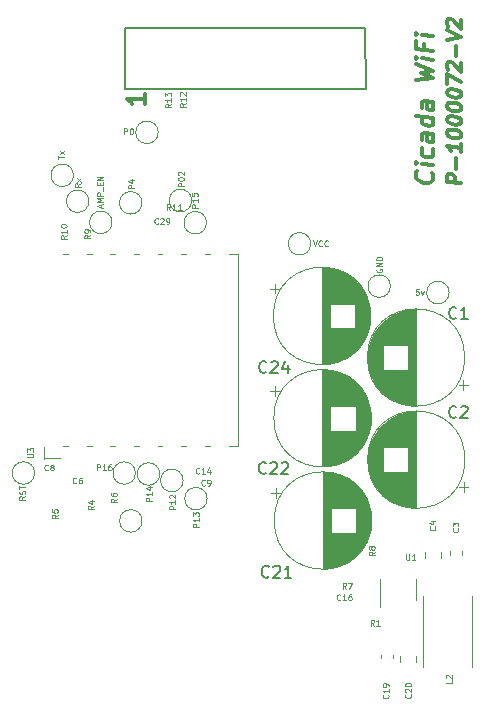
<source format=gto>
G04 #@! TF.GenerationSoftware,KiCad,Pcbnew,(5.1.10)-1*
G04 #@! TF.CreationDate,2021-11-22T18:42:53+05:30*
G04 #@! TF.ProjectId,P-1000072_Cicada Wi-Fi,502d3130-3030-4303-9732-5f4369636164,0.1*
G04 #@! TF.SameCoordinates,PX7cee6c0PY3dfd240*
G04 #@! TF.FileFunction,Legend,Top*
G04 #@! TF.FilePolarity,Positive*
%FSLAX46Y46*%
G04 Gerber Fmt 4.6, Leading zero omitted, Abs format (unit mm)*
G04 Created by KiCad (PCBNEW (5.1.10)-1) date 2021-11-22 18:42:53*
%MOMM*%
%LPD*%
G01*
G04 APERTURE LIST*
%ADD10C,0.350000*%
%ADD11C,0.300000*%
%ADD12C,0.150000*%
%ADD13C,0.120000*%
%ADD14C,0.100000*%
G04 APERTURE END LIST*
D10*
X15778254Y-9669328D02*
X15849682Y-9749685D01*
X15921111Y-9972900D01*
X15921111Y-10115757D01*
X15849682Y-10321114D01*
X15706825Y-10446114D01*
X15563968Y-10499685D01*
X15278254Y-10535400D01*
X15063968Y-10508614D01*
X14778254Y-10401471D01*
X14635397Y-10312185D01*
X14492540Y-10151471D01*
X14421111Y-9928257D01*
X14421111Y-9785400D01*
X14492540Y-9580042D01*
X14563968Y-9517542D01*
X15921111Y-9044328D02*
X14921111Y-8919328D01*
X14421111Y-8856828D02*
X14492540Y-8937185D01*
X14563968Y-8874685D01*
X14492540Y-8794328D01*
X14421111Y-8856828D01*
X14563968Y-8874685D01*
X15849682Y-7678257D02*
X15921111Y-7830042D01*
X15921111Y-8115757D01*
X15849682Y-8249685D01*
X15778254Y-8312185D01*
X15635397Y-8365757D01*
X15206825Y-8312185D01*
X15063968Y-8222900D01*
X14992540Y-8142542D01*
X14921111Y-7990757D01*
X14921111Y-7705042D01*
X14992540Y-7571114D01*
X15921111Y-6401471D02*
X15135397Y-6303257D01*
X14992540Y-6356828D01*
X14921111Y-6490757D01*
X14921111Y-6776471D01*
X14992540Y-6928257D01*
X15849682Y-6392542D02*
X15921111Y-6544328D01*
X15921111Y-6901471D01*
X15849682Y-7035400D01*
X15706825Y-7088971D01*
X15563968Y-7071114D01*
X15421111Y-6981828D01*
X15349682Y-6830042D01*
X15349682Y-6472900D01*
X15278254Y-6321114D01*
X15921111Y-5044328D02*
X14421111Y-4856828D01*
X15849682Y-5035400D02*
X15921111Y-5187185D01*
X15921111Y-5472900D01*
X15849682Y-5606828D01*
X15778254Y-5669328D01*
X15635397Y-5722900D01*
X15206825Y-5669328D01*
X15063968Y-5580042D01*
X14992540Y-5499685D01*
X14921111Y-5347900D01*
X14921111Y-5062185D01*
X14992540Y-4928257D01*
X15921111Y-3687185D02*
X15135397Y-3588971D01*
X14992540Y-3642542D01*
X14921111Y-3776471D01*
X14921111Y-4062185D01*
X14992540Y-4213971D01*
X15849682Y-3678257D02*
X15921111Y-3830042D01*
X15921111Y-4187185D01*
X15849682Y-4321114D01*
X15706825Y-4374685D01*
X15563968Y-4356828D01*
X15421111Y-4267542D01*
X15349682Y-4115757D01*
X15349682Y-3758614D01*
X15278254Y-3606828D01*
X14421111Y-1785400D02*
X15921111Y-1615757D01*
X14849682Y-1196114D01*
X15921111Y-1044328D01*
X14421111Y-499685D01*
X15921111Y-115757D02*
X14921111Y9243D01*
X14421111Y71743D02*
X14492540Y-8614D01*
X14563968Y53886D01*
X14492540Y134243D01*
X14421111Y71743D01*
X14563968Y53886D01*
X15135397Y1196743D02*
X15135397Y696743D01*
X15921111Y598529D02*
X14421111Y786029D01*
X14421111Y1500315D01*
X15921111Y1884243D02*
X14921111Y2009243D01*
X14421111Y2071743D02*
X14492540Y1991386D01*
X14563968Y2053886D01*
X14492540Y2134243D01*
X14421111Y2071743D01*
X14563968Y2053886D01*
D11*
X18282857Y-10572142D02*
X17082857Y-10422142D01*
X17082857Y-9965000D01*
X17140000Y-9857857D01*
X17197142Y-9807857D01*
X17311428Y-9765000D01*
X17482857Y-9786428D01*
X17597142Y-9857857D01*
X17654285Y-9922142D01*
X17711428Y-10043571D01*
X17711428Y-10500714D01*
X17825714Y-9315000D02*
X17825714Y-8400714D01*
X18282857Y-7257857D02*
X18282857Y-7943571D01*
X18282857Y-7600714D02*
X17082857Y-7450714D01*
X17254285Y-7586428D01*
X17368571Y-7715000D01*
X17425714Y-7836428D01*
X17082857Y-6365000D02*
X17082857Y-6250714D01*
X17140000Y-6143571D01*
X17197142Y-6093571D01*
X17311428Y-6050714D01*
X17540000Y-6022142D01*
X17825714Y-6057857D01*
X18054285Y-6143571D01*
X18168571Y-6215000D01*
X18225714Y-6279285D01*
X18282857Y-6400714D01*
X18282857Y-6515000D01*
X18225714Y-6622142D01*
X18168571Y-6672142D01*
X18054285Y-6715000D01*
X17825714Y-6743571D01*
X17540000Y-6707857D01*
X17311428Y-6622142D01*
X17197142Y-6550714D01*
X17140000Y-6486428D01*
X17082857Y-6365000D01*
X17082857Y-5222142D02*
X17082857Y-5107857D01*
X17140000Y-5000714D01*
X17197142Y-4950714D01*
X17311428Y-4907857D01*
X17540000Y-4879285D01*
X17825714Y-4915000D01*
X18054285Y-5000714D01*
X18168571Y-5072142D01*
X18225714Y-5136428D01*
X18282857Y-5257857D01*
X18282857Y-5372142D01*
X18225714Y-5479285D01*
X18168571Y-5529285D01*
X18054285Y-5572142D01*
X17825714Y-5600714D01*
X17540000Y-5565000D01*
X17311428Y-5479285D01*
X17197142Y-5407857D01*
X17140000Y-5343571D01*
X17082857Y-5222142D01*
X17082857Y-4079285D02*
X17082857Y-3965000D01*
X17140000Y-3857857D01*
X17197142Y-3807857D01*
X17311428Y-3765000D01*
X17540000Y-3736428D01*
X17825714Y-3772142D01*
X18054285Y-3857857D01*
X18168571Y-3929285D01*
X18225714Y-3993571D01*
X18282857Y-4115000D01*
X18282857Y-4229285D01*
X18225714Y-4336428D01*
X18168571Y-4386428D01*
X18054285Y-4429285D01*
X17825714Y-4457857D01*
X17540000Y-4422142D01*
X17311428Y-4336428D01*
X17197142Y-4265000D01*
X17140000Y-4200714D01*
X17082857Y-4079285D01*
X17082857Y-2936428D02*
X17082857Y-2822142D01*
X17140000Y-2715000D01*
X17197142Y-2665000D01*
X17311428Y-2622142D01*
X17540000Y-2593571D01*
X17825714Y-2629285D01*
X18054285Y-2715000D01*
X18168571Y-2786428D01*
X18225714Y-2850714D01*
X18282857Y-2972142D01*
X18282857Y-3086428D01*
X18225714Y-3193571D01*
X18168571Y-3243571D01*
X18054285Y-3286428D01*
X17825714Y-3315000D01*
X17540000Y-3279285D01*
X17311428Y-3193571D01*
X17197142Y-3122142D01*
X17140000Y-3057857D01*
X17082857Y-2936428D01*
X17082857Y-2136428D02*
X17082857Y-1336428D01*
X18282857Y-2000714D01*
X17197142Y-950714D02*
X17140000Y-886428D01*
X17082857Y-765000D01*
X17082857Y-479285D01*
X17140000Y-372142D01*
X17197142Y-322142D01*
X17311428Y-279285D01*
X17425714Y-293571D01*
X17597142Y-372142D01*
X18282857Y-1143571D01*
X18282857Y-400714D01*
X17825714Y170715D02*
X17825714Y1085000D01*
X17082857Y1577858D02*
X18282857Y1827858D01*
X17082857Y2377858D01*
X17197142Y2706429D02*
X17140000Y2770715D01*
X17082857Y2892143D01*
X17082857Y3177858D01*
X17140000Y3285000D01*
X17197142Y3335000D01*
X17311428Y3377858D01*
X17425714Y3363572D01*
X17597142Y3285000D01*
X18282857Y2513572D01*
X18282857Y3256429D01*
D12*
X10200000Y-2600000D02*
X-10150000Y-2600000D01*
X10150000Y2600000D02*
X10200000Y-2600000D01*
X-10150000Y2600000D02*
X10150000Y2600000D01*
X-10150000Y-2550000D02*
X-10150000Y2600000D01*
D11*
X-8531469Y-3005508D02*
X-8531469Y-3862651D01*
X-8531469Y-3434080D02*
X-10031469Y-3434080D01*
X-9817183Y-3576937D01*
X-9674326Y-3719794D01*
X-9602898Y-3862651D01*
D13*
X-15020000Y-32830000D02*
X-15420000Y-32830000D01*
X-3020000Y-16590000D02*
X-3420000Y-16590000D01*
X-9020000Y-32830000D02*
X-9420000Y-32830000D01*
X-15020000Y-16590000D02*
X-15420000Y-16590000D01*
X-7020000Y-16590000D02*
X-7420000Y-16590000D01*
X-7020000Y-32830000D02*
X-7420000Y-32830000D01*
X-3020000Y-32830000D02*
X-3420000Y-32830000D01*
X-1420000Y-16590000D02*
X-600000Y-16590000D01*
X-16704800Y-33860000D02*
X-15704800Y-33860000D01*
X-9020000Y-16590000D02*
X-9420000Y-16590000D01*
X-11020000Y-32830000D02*
X-11420000Y-32830000D01*
X-600000Y-16590000D02*
X-600000Y-32830000D01*
X-600000Y-32830000D02*
X-1420000Y-32830000D01*
X-5020000Y-16590000D02*
X-5420000Y-16590000D01*
X-11020000Y-16590000D02*
X-11420000Y-16590000D01*
X-5020000Y-32830000D02*
X-5420000Y-32830000D01*
X-13020000Y-32830000D02*
X-13420000Y-32830000D01*
X-13020000Y-16590000D02*
X-13420000Y-16590000D01*
X-17009600Y-33868480D02*
X-17009600Y-32868480D01*
X-17004520Y-33864160D02*
X-16740360Y-33864160D01*
X2520702Y-27742140D02*
X2520702Y-28542140D01*
X2120702Y-28142140D02*
X2920702Y-28142140D01*
X10611400Y-29924140D02*
X10611400Y-30990140D01*
X10571400Y-29689140D02*
X10571400Y-31225140D01*
X10531400Y-29509140D02*
X10531400Y-31405140D01*
X10491400Y-29359140D02*
X10491400Y-31555140D01*
X10451400Y-29228140D02*
X10451400Y-31686140D01*
X10411400Y-29111140D02*
X10411400Y-31803140D01*
X10371400Y-29004140D02*
X10371400Y-31910140D01*
X10331400Y-28905140D02*
X10331400Y-32009140D01*
X10291400Y-28812140D02*
X10291400Y-32102140D01*
X10251400Y-28726140D02*
X10251400Y-32188140D01*
X10211400Y-28644140D02*
X10211400Y-32270140D01*
X10171400Y-28567140D02*
X10171400Y-32347140D01*
X10131400Y-28493140D02*
X10131400Y-32421140D01*
X10091400Y-28423140D02*
X10091400Y-32491140D01*
X10051400Y-28355140D02*
X10051400Y-32559140D01*
X10011400Y-28291140D02*
X10011400Y-32623140D01*
X9971400Y-28229140D02*
X9971400Y-32685140D01*
X9931400Y-28170140D02*
X9931400Y-32744140D01*
X9891400Y-28112140D02*
X9891400Y-32802140D01*
X9851400Y-28057140D02*
X9851400Y-32857140D01*
X9811400Y-28003140D02*
X9811400Y-32911140D01*
X9771400Y-27952140D02*
X9771400Y-32962140D01*
X9731400Y-27901140D02*
X9731400Y-33013140D01*
X9691400Y-27853140D02*
X9691400Y-33061140D01*
X9651400Y-27806140D02*
X9651400Y-33108140D01*
X9611400Y-27760140D02*
X9611400Y-33154140D01*
X9571400Y-27716140D02*
X9571400Y-33198140D01*
X9531400Y-27673140D02*
X9531400Y-33241140D01*
X9491400Y-27631140D02*
X9491400Y-33283140D01*
X9451400Y-27590140D02*
X9451400Y-33324140D01*
X9411400Y-27550140D02*
X9411400Y-33364140D01*
X9371400Y-27512140D02*
X9371400Y-33402140D01*
X9331400Y-27474140D02*
X9331400Y-33440140D01*
X9291400Y-31497140D02*
X9291400Y-33476140D01*
X9291400Y-27438140D02*
X9291400Y-29417140D01*
X9251400Y-31497140D02*
X9251400Y-33512140D01*
X9251400Y-27402140D02*
X9251400Y-29417140D01*
X9211400Y-31497140D02*
X9211400Y-33547140D01*
X9211400Y-27367140D02*
X9211400Y-29417140D01*
X9171400Y-31497140D02*
X9171400Y-33581140D01*
X9171400Y-27333140D02*
X9171400Y-29417140D01*
X9131400Y-31497140D02*
X9131400Y-33613140D01*
X9131400Y-27301140D02*
X9131400Y-29417140D01*
X9091400Y-31497140D02*
X9091400Y-33646140D01*
X9091400Y-27268140D02*
X9091400Y-29417140D01*
X9051400Y-31497140D02*
X9051400Y-33677140D01*
X9051400Y-27237140D02*
X9051400Y-29417140D01*
X9011400Y-31497140D02*
X9011400Y-33707140D01*
X9011400Y-27207140D02*
X9011400Y-29417140D01*
X8971400Y-31497140D02*
X8971400Y-33737140D01*
X8971400Y-27177140D02*
X8971400Y-29417140D01*
X8931400Y-31497140D02*
X8931400Y-33766140D01*
X8931400Y-27148140D02*
X8931400Y-29417140D01*
X8891400Y-31497140D02*
X8891400Y-33795140D01*
X8891400Y-27119140D02*
X8891400Y-29417140D01*
X8851400Y-31497140D02*
X8851400Y-33822140D01*
X8851400Y-27092140D02*
X8851400Y-29417140D01*
X8811400Y-31497140D02*
X8811400Y-33849140D01*
X8811400Y-27065140D02*
X8811400Y-29417140D01*
X8771400Y-31497140D02*
X8771400Y-33875140D01*
X8771400Y-27039140D02*
X8771400Y-29417140D01*
X8731400Y-31497140D02*
X8731400Y-33901140D01*
X8731400Y-27013140D02*
X8731400Y-29417140D01*
X8691400Y-31497140D02*
X8691400Y-33926140D01*
X8691400Y-26988140D02*
X8691400Y-29417140D01*
X8651400Y-31497140D02*
X8651400Y-33950140D01*
X8651400Y-26964140D02*
X8651400Y-29417140D01*
X8611400Y-31497140D02*
X8611400Y-33974140D01*
X8611400Y-26940140D02*
X8611400Y-29417140D01*
X8571400Y-31497140D02*
X8571400Y-33997140D01*
X8571400Y-26917140D02*
X8571400Y-29417140D01*
X8531400Y-31497140D02*
X8531400Y-34019140D01*
X8531400Y-26895140D02*
X8531400Y-29417140D01*
X8491400Y-31497140D02*
X8491400Y-34041140D01*
X8491400Y-26873140D02*
X8491400Y-29417140D01*
X8451400Y-31497140D02*
X8451400Y-34063140D01*
X8451400Y-26851140D02*
X8451400Y-29417140D01*
X8411400Y-31497140D02*
X8411400Y-34084140D01*
X8411400Y-26830140D02*
X8411400Y-29417140D01*
X8371400Y-31497140D02*
X8371400Y-34104140D01*
X8371400Y-26810140D02*
X8371400Y-29417140D01*
X8331400Y-31497140D02*
X8331400Y-34123140D01*
X8331400Y-26791140D02*
X8331400Y-29417140D01*
X8291400Y-31497140D02*
X8291400Y-34143140D01*
X8291400Y-26771140D02*
X8291400Y-29417140D01*
X8251400Y-31497140D02*
X8251400Y-34161140D01*
X8251400Y-26753140D02*
X8251400Y-29417140D01*
X8211400Y-31497140D02*
X8211400Y-34179140D01*
X8211400Y-26735140D02*
X8211400Y-29417140D01*
X8171400Y-31497140D02*
X8171400Y-34197140D01*
X8171400Y-26717140D02*
X8171400Y-29417140D01*
X8131400Y-31497140D02*
X8131400Y-34214140D01*
X8131400Y-26700140D02*
X8131400Y-29417140D01*
X8091400Y-31497140D02*
X8091400Y-34231140D01*
X8091400Y-26683140D02*
X8091400Y-29417140D01*
X8051400Y-31497140D02*
X8051400Y-34247140D01*
X8051400Y-26667140D02*
X8051400Y-29417140D01*
X8011400Y-31497140D02*
X8011400Y-34262140D01*
X8011400Y-26652140D02*
X8011400Y-29417140D01*
X7971400Y-31497140D02*
X7971400Y-34278140D01*
X7971400Y-26636140D02*
X7971400Y-29417140D01*
X7931400Y-31497140D02*
X7931400Y-34292140D01*
X7931400Y-26622140D02*
X7931400Y-29417140D01*
X7891400Y-31497140D02*
X7891400Y-34307140D01*
X7891400Y-26607140D02*
X7891400Y-29417140D01*
X7851400Y-31497140D02*
X7851400Y-34320140D01*
X7851400Y-26594140D02*
X7851400Y-29417140D01*
X7811400Y-31497140D02*
X7811400Y-34334140D01*
X7811400Y-26580140D02*
X7811400Y-29417140D01*
X7771400Y-31497140D02*
X7771400Y-34346140D01*
X7771400Y-26568140D02*
X7771400Y-29417140D01*
X7731400Y-31497140D02*
X7731400Y-34359140D01*
X7731400Y-26555140D02*
X7731400Y-29417140D01*
X7691400Y-31497140D02*
X7691400Y-34371140D01*
X7691400Y-26543140D02*
X7691400Y-29417140D01*
X7651400Y-31497140D02*
X7651400Y-34382140D01*
X7651400Y-26532140D02*
X7651400Y-29417140D01*
X7611400Y-31497140D02*
X7611400Y-34393140D01*
X7611400Y-26521140D02*
X7611400Y-29417140D01*
X7571400Y-31497140D02*
X7571400Y-34404140D01*
X7571400Y-26510140D02*
X7571400Y-29417140D01*
X7531400Y-31497140D02*
X7531400Y-34414140D01*
X7531400Y-26500140D02*
X7531400Y-29417140D01*
X7491400Y-31497140D02*
X7491400Y-34424140D01*
X7491400Y-26490140D02*
X7491400Y-29417140D01*
X7451400Y-31497140D02*
X7451400Y-34433140D01*
X7451400Y-26481140D02*
X7451400Y-29417140D01*
X7411400Y-31497140D02*
X7411400Y-34442140D01*
X7411400Y-26472140D02*
X7411400Y-29417140D01*
X7371400Y-31497140D02*
X7371400Y-34451140D01*
X7371400Y-26463140D02*
X7371400Y-29417140D01*
X7331400Y-31497140D02*
X7331400Y-34459140D01*
X7331400Y-26455140D02*
X7331400Y-29417140D01*
X7291400Y-31497140D02*
X7291400Y-34467140D01*
X7291400Y-26447140D02*
X7291400Y-29417140D01*
X7251400Y-31497140D02*
X7251400Y-34474140D01*
X7251400Y-26440140D02*
X7251400Y-29417140D01*
X7210400Y-26433140D02*
X7210400Y-34481140D01*
X7170400Y-26427140D02*
X7170400Y-34487140D01*
X7130400Y-26420140D02*
X7130400Y-34494140D01*
X7090400Y-26415140D02*
X7090400Y-34499140D01*
X7050400Y-26409140D02*
X7050400Y-34505140D01*
X7010400Y-26405140D02*
X7010400Y-34509140D01*
X6970400Y-26400140D02*
X6970400Y-34514140D01*
X6930400Y-26396140D02*
X6930400Y-34518140D01*
X6890400Y-26392140D02*
X6890400Y-34522140D01*
X6850400Y-26389140D02*
X6850400Y-34525140D01*
X6810400Y-26386140D02*
X6810400Y-34528140D01*
X6770400Y-26383140D02*
X6770400Y-34531140D01*
X6730400Y-26381140D02*
X6730400Y-34533140D01*
X6690400Y-26380140D02*
X6690400Y-34534140D01*
X6650400Y-26378140D02*
X6650400Y-34536140D01*
X6610400Y-26377140D02*
X6610400Y-34537140D01*
X6570400Y-26377140D02*
X6570400Y-34537140D01*
X6530400Y-26377140D02*
X6530400Y-34537140D01*
X10650400Y-30457140D02*
G75*
G03*
X10650400Y-30457140I-4120000J0D01*
G01*
X2480062Y-19083280D02*
X2480062Y-19883280D01*
X2080062Y-19483280D02*
X2880062Y-19483280D01*
X10570760Y-21265280D02*
X10570760Y-22331280D01*
X10530760Y-21030280D02*
X10530760Y-22566280D01*
X10490760Y-20850280D02*
X10490760Y-22746280D01*
X10450760Y-20700280D02*
X10450760Y-22896280D01*
X10410760Y-20569280D02*
X10410760Y-23027280D01*
X10370760Y-20452280D02*
X10370760Y-23144280D01*
X10330760Y-20345280D02*
X10330760Y-23251280D01*
X10290760Y-20246280D02*
X10290760Y-23350280D01*
X10250760Y-20153280D02*
X10250760Y-23443280D01*
X10210760Y-20067280D02*
X10210760Y-23529280D01*
X10170760Y-19985280D02*
X10170760Y-23611280D01*
X10130760Y-19908280D02*
X10130760Y-23688280D01*
X10090760Y-19834280D02*
X10090760Y-23762280D01*
X10050760Y-19764280D02*
X10050760Y-23832280D01*
X10010760Y-19696280D02*
X10010760Y-23900280D01*
X9970760Y-19632280D02*
X9970760Y-23964280D01*
X9930760Y-19570280D02*
X9930760Y-24026280D01*
X9890760Y-19511280D02*
X9890760Y-24085280D01*
X9850760Y-19453280D02*
X9850760Y-24143280D01*
X9810760Y-19398280D02*
X9810760Y-24198280D01*
X9770760Y-19344280D02*
X9770760Y-24252280D01*
X9730760Y-19293280D02*
X9730760Y-24303280D01*
X9690760Y-19242280D02*
X9690760Y-24354280D01*
X9650760Y-19194280D02*
X9650760Y-24402280D01*
X9610760Y-19147280D02*
X9610760Y-24449280D01*
X9570760Y-19101280D02*
X9570760Y-24495280D01*
X9530760Y-19057280D02*
X9530760Y-24539280D01*
X9490760Y-19014280D02*
X9490760Y-24582280D01*
X9450760Y-18972280D02*
X9450760Y-24624280D01*
X9410760Y-18931280D02*
X9410760Y-24665280D01*
X9370760Y-18891280D02*
X9370760Y-24705280D01*
X9330760Y-18853280D02*
X9330760Y-24743280D01*
X9290760Y-18815280D02*
X9290760Y-24781280D01*
X9250760Y-22838280D02*
X9250760Y-24817280D01*
X9250760Y-18779280D02*
X9250760Y-20758280D01*
X9210760Y-22838280D02*
X9210760Y-24853280D01*
X9210760Y-18743280D02*
X9210760Y-20758280D01*
X9170760Y-22838280D02*
X9170760Y-24888280D01*
X9170760Y-18708280D02*
X9170760Y-20758280D01*
X9130760Y-22838280D02*
X9130760Y-24922280D01*
X9130760Y-18674280D02*
X9130760Y-20758280D01*
X9090760Y-22838280D02*
X9090760Y-24954280D01*
X9090760Y-18642280D02*
X9090760Y-20758280D01*
X9050760Y-22838280D02*
X9050760Y-24987280D01*
X9050760Y-18609280D02*
X9050760Y-20758280D01*
X9010760Y-22838280D02*
X9010760Y-25018280D01*
X9010760Y-18578280D02*
X9010760Y-20758280D01*
X8970760Y-22838280D02*
X8970760Y-25048280D01*
X8970760Y-18548280D02*
X8970760Y-20758280D01*
X8930760Y-22838280D02*
X8930760Y-25078280D01*
X8930760Y-18518280D02*
X8930760Y-20758280D01*
X8890760Y-22838280D02*
X8890760Y-25107280D01*
X8890760Y-18489280D02*
X8890760Y-20758280D01*
X8850760Y-22838280D02*
X8850760Y-25136280D01*
X8850760Y-18460280D02*
X8850760Y-20758280D01*
X8810760Y-22838280D02*
X8810760Y-25163280D01*
X8810760Y-18433280D02*
X8810760Y-20758280D01*
X8770760Y-22838280D02*
X8770760Y-25190280D01*
X8770760Y-18406280D02*
X8770760Y-20758280D01*
X8730760Y-22838280D02*
X8730760Y-25216280D01*
X8730760Y-18380280D02*
X8730760Y-20758280D01*
X8690760Y-22838280D02*
X8690760Y-25242280D01*
X8690760Y-18354280D02*
X8690760Y-20758280D01*
X8650760Y-22838280D02*
X8650760Y-25267280D01*
X8650760Y-18329280D02*
X8650760Y-20758280D01*
X8610760Y-22838280D02*
X8610760Y-25291280D01*
X8610760Y-18305280D02*
X8610760Y-20758280D01*
X8570760Y-22838280D02*
X8570760Y-25315280D01*
X8570760Y-18281280D02*
X8570760Y-20758280D01*
X8530760Y-22838280D02*
X8530760Y-25338280D01*
X8530760Y-18258280D02*
X8530760Y-20758280D01*
X8490760Y-22838280D02*
X8490760Y-25360280D01*
X8490760Y-18236280D02*
X8490760Y-20758280D01*
X8450760Y-22838280D02*
X8450760Y-25382280D01*
X8450760Y-18214280D02*
X8450760Y-20758280D01*
X8410760Y-22838280D02*
X8410760Y-25404280D01*
X8410760Y-18192280D02*
X8410760Y-20758280D01*
X8370760Y-22838280D02*
X8370760Y-25425280D01*
X8370760Y-18171280D02*
X8370760Y-20758280D01*
X8330760Y-22838280D02*
X8330760Y-25445280D01*
X8330760Y-18151280D02*
X8330760Y-20758280D01*
X8290760Y-22838280D02*
X8290760Y-25464280D01*
X8290760Y-18132280D02*
X8290760Y-20758280D01*
X8250760Y-22838280D02*
X8250760Y-25484280D01*
X8250760Y-18112280D02*
X8250760Y-20758280D01*
X8210760Y-22838280D02*
X8210760Y-25502280D01*
X8210760Y-18094280D02*
X8210760Y-20758280D01*
X8170760Y-22838280D02*
X8170760Y-25520280D01*
X8170760Y-18076280D02*
X8170760Y-20758280D01*
X8130760Y-22838280D02*
X8130760Y-25538280D01*
X8130760Y-18058280D02*
X8130760Y-20758280D01*
X8090760Y-22838280D02*
X8090760Y-25555280D01*
X8090760Y-18041280D02*
X8090760Y-20758280D01*
X8050760Y-22838280D02*
X8050760Y-25572280D01*
X8050760Y-18024280D02*
X8050760Y-20758280D01*
X8010760Y-22838280D02*
X8010760Y-25588280D01*
X8010760Y-18008280D02*
X8010760Y-20758280D01*
X7970760Y-22838280D02*
X7970760Y-25603280D01*
X7970760Y-17993280D02*
X7970760Y-20758280D01*
X7930760Y-22838280D02*
X7930760Y-25619280D01*
X7930760Y-17977280D02*
X7930760Y-20758280D01*
X7890760Y-22838280D02*
X7890760Y-25633280D01*
X7890760Y-17963280D02*
X7890760Y-20758280D01*
X7850760Y-22838280D02*
X7850760Y-25648280D01*
X7850760Y-17948280D02*
X7850760Y-20758280D01*
X7810760Y-22838280D02*
X7810760Y-25661280D01*
X7810760Y-17935280D02*
X7810760Y-20758280D01*
X7770760Y-22838280D02*
X7770760Y-25675280D01*
X7770760Y-17921280D02*
X7770760Y-20758280D01*
X7730760Y-22838280D02*
X7730760Y-25687280D01*
X7730760Y-17909280D02*
X7730760Y-20758280D01*
X7690760Y-22838280D02*
X7690760Y-25700280D01*
X7690760Y-17896280D02*
X7690760Y-20758280D01*
X7650760Y-22838280D02*
X7650760Y-25712280D01*
X7650760Y-17884280D02*
X7650760Y-20758280D01*
X7610760Y-22838280D02*
X7610760Y-25723280D01*
X7610760Y-17873280D02*
X7610760Y-20758280D01*
X7570760Y-22838280D02*
X7570760Y-25734280D01*
X7570760Y-17862280D02*
X7570760Y-20758280D01*
X7530760Y-22838280D02*
X7530760Y-25745280D01*
X7530760Y-17851280D02*
X7530760Y-20758280D01*
X7490760Y-22838280D02*
X7490760Y-25755280D01*
X7490760Y-17841280D02*
X7490760Y-20758280D01*
X7450760Y-22838280D02*
X7450760Y-25765280D01*
X7450760Y-17831280D02*
X7450760Y-20758280D01*
X7410760Y-22838280D02*
X7410760Y-25774280D01*
X7410760Y-17822280D02*
X7410760Y-20758280D01*
X7370760Y-22838280D02*
X7370760Y-25783280D01*
X7370760Y-17813280D02*
X7370760Y-20758280D01*
X7330760Y-22838280D02*
X7330760Y-25792280D01*
X7330760Y-17804280D02*
X7330760Y-20758280D01*
X7290760Y-22838280D02*
X7290760Y-25800280D01*
X7290760Y-17796280D02*
X7290760Y-20758280D01*
X7250760Y-22838280D02*
X7250760Y-25808280D01*
X7250760Y-17788280D02*
X7250760Y-20758280D01*
X7210760Y-22838280D02*
X7210760Y-25815280D01*
X7210760Y-17781280D02*
X7210760Y-20758280D01*
X7169760Y-17774280D02*
X7169760Y-25822280D01*
X7129760Y-17768280D02*
X7129760Y-25828280D01*
X7089760Y-17761280D02*
X7089760Y-25835280D01*
X7049760Y-17756280D02*
X7049760Y-25840280D01*
X7009760Y-17750280D02*
X7009760Y-25846280D01*
X6969760Y-17746280D02*
X6969760Y-25850280D01*
X6929760Y-17741280D02*
X6929760Y-25855280D01*
X6889760Y-17737280D02*
X6889760Y-25859280D01*
X6849760Y-17733280D02*
X6849760Y-25863280D01*
X6809760Y-17730280D02*
X6809760Y-25866280D01*
X6769760Y-17727280D02*
X6769760Y-25869280D01*
X6729760Y-17724280D02*
X6729760Y-25872280D01*
X6689760Y-17722280D02*
X6689760Y-25874280D01*
X6649760Y-17721280D02*
X6649760Y-25875280D01*
X6609760Y-17719280D02*
X6609760Y-25877280D01*
X6569760Y-17718280D02*
X6569760Y-25878280D01*
X6529760Y-17718280D02*
X6529760Y-25878280D01*
X6489760Y-17718280D02*
X6489760Y-25878280D01*
X10609760Y-21798280D02*
G75*
G03*
X10609760Y-21798280I-4120000J0D01*
G01*
X12283480Y-19273520D02*
G75*
G03*
X12283480Y-19273520I-950000J0D01*
G01*
X18572540Y-25318720D02*
G75*
G03*
X18572540Y-25318720I-4120000J0D01*
G01*
X14452540Y-29398720D02*
X14452540Y-21238720D01*
X14412540Y-29398720D02*
X14412540Y-21238720D01*
X14372540Y-29398720D02*
X14372540Y-21238720D01*
X14332540Y-29397720D02*
X14332540Y-21239720D01*
X14292540Y-29395720D02*
X14292540Y-21241720D01*
X14252540Y-29394720D02*
X14252540Y-21242720D01*
X14212540Y-29392720D02*
X14212540Y-21244720D01*
X14172540Y-29389720D02*
X14172540Y-21247720D01*
X14132540Y-29386720D02*
X14132540Y-21250720D01*
X14092540Y-29383720D02*
X14092540Y-21253720D01*
X14052540Y-29379720D02*
X14052540Y-21257720D01*
X14012540Y-29375720D02*
X14012540Y-21261720D01*
X13972540Y-29370720D02*
X13972540Y-21266720D01*
X13932540Y-29366720D02*
X13932540Y-21270720D01*
X13892540Y-29360720D02*
X13892540Y-21276720D01*
X13852540Y-29355720D02*
X13852540Y-21281720D01*
X13812540Y-29348720D02*
X13812540Y-21288720D01*
X13772540Y-29342720D02*
X13772540Y-21294720D01*
X13731540Y-29335720D02*
X13731540Y-26358720D01*
X13731540Y-24278720D02*
X13731540Y-21301720D01*
X13691540Y-29328720D02*
X13691540Y-26358720D01*
X13691540Y-24278720D02*
X13691540Y-21308720D01*
X13651540Y-29320720D02*
X13651540Y-26358720D01*
X13651540Y-24278720D02*
X13651540Y-21316720D01*
X13611540Y-29312720D02*
X13611540Y-26358720D01*
X13611540Y-24278720D02*
X13611540Y-21324720D01*
X13571540Y-29303720D02*
X13571540Y-26358720D01*
X13571540Y-24278720D02*
X13571540Y-21333720D01*
X13531540Y-29294720D02*
X13531540Y-26358720D01*
X13531540Y-24278720D02*
X13531540Y-21342720D01*
X13491540Y-29285720D02*
X13491540Y-26358720D01*
X13491540Y-24278720D02*
X13491540Y-21351720D01*
X13451540Y-29275720D02*
X13451540Y-26358720D01*
X13451540Y-24278720D02*
X13451540Y-21361720D01*
X13411540Y-29265720D02*
X13411540Y-26358720D01*
X13411540Y-24278720D02*
X13411540Y-21371720D01*
X13371540Y-29254720D02*
X13371540Y-26358720D01*
X13371540Y-24278720D02*
X13371540Y-21382720D01*
X13331540Y-29243720D02*
X13331540Y-26358720D01*
X13331540Y-24278720D02*
X13331540Y-21393720D01*
X13291540Y-29232720D02*
X13291540Y-26358720D01*
X13291540Y-24278720D02*
X13291540Y-21404720D01*
X13251540Y-29220720D02*
X13251540Y-26358720D01*
X13251540Y-24278720D02*
X13251540Y-21416720D01*
X13211540Y-29207720D02*
X13211540Y-26358720D01*
X13211540Y-24278720D02*
X13211540Y-21429720D01*
X13171540Y-29195720D02*
X13171540Y-26358720D01*
X13171540Y-24278720D02*
X13171540Y-21441720D01*
X13131540Y-29181720D02*
X13131540Y-26358720D01*
X13131540Y-24278720D02*
X13131540Y-21455720D01*
X13091540Y-29168720D02*
X13091540Y-26358720D01*
X13091540Y-24278720D02*
X13091540Y-21468720D01*
X13051540Y-29153720D02*
X13051540Y-26358720D01*
X13051540Y-24278720D02*
X13051540Y-21483720D01*
X13011540Y-29139720D02*
X13011540Y-26358720D01*
X13011540Y-24278720D02*
X13011540Y-21497720D01*
X12971540Y-29123720D02*
X12971540Y-26358720D01*
X12971540Y-24278720D02*
X12971540Y-21513720D01*
X12931540Y-29108720D02*
X12931540Y-26358720D01*
X12931540Y-24278720D02*
X12931540Y-21528720D01*
X12891540Y-29092720D02*
X12891540Y-26358720D01*
X12891540Y-24278720D02*
X12891540Y-21544720D01*
X12851540Y-29075720D02*
X12851540Y-26358720D01*
X12851540Y-24278720D02*
X12851540Y-21561720D01*
X12811540Y-29058720D02*
X12811540Y-26358720D01*
X12811540Y-24278720D02*
X12811540Y-21578720D01*
X12771540Y-29040720D02*
X12771540Y-26358720D01*
X12771540Y-24278720D02*
X12771540Y-21596720D01*
X12731540Y-29022720D02*
X12731540Y-26358720D01*
X12731540Y-24278720D02*
X12731540Y-21614720D01*
X12691540Y-29004720D02*
X12691540Y-26358720D01*
X12691540Y-24278720D02*
X12691540Y-21632720D01*
X12651540Y-28984720D02*
X12651540Y-26358720D01*
X12651540Y-24278720D02*
X12651540Y-21652720D01*
X12611540Y-28965720D02*
X12611540Y-26358720D01*
X12611540Y-24278720D02*
X12611540Y-21671720D01*
X12571540Y-28945720D02*
X12571540Y-26358720D01*
X12571540Y-24278720D02*
X12571540Y-21691720D01*
X12531540Y-28924720D02*
X12531540Y-26358720D01*
X12531540Y-24278720D02*
X12531540Y-21712720D01*
X12491540Y-28902720D02*
X12491540Y-26358720D01*
X12491540Y-24278720D02*
X12491540Y-21734720D01*
X12451540Y-28880720D02*
X12451540Y-26358720D01*
X12451540Y-24278720D02*
X12451540Y-21756720D01*
X12411540Y-28858720D02*
X12411540Y-26358720D01*
X12411540Y-24278720D02*
X12411540Y-21778720D01*
X12371540Y-28835720D02*
X12371540Y-26358720D01*
X12371540Y-24278720D02*
X12371540Y-21801720D01*
X12331540Y-28811720D02*
X12331540Y-26358720D01*
X12331540Y-24278720D02*
X12331540Y-21825720D01*
X12291540Y-28787720D02*
X12291540Y-26358720D01*
X12291540Y-24278720D02*
X12291540Y-21849720D01*
X12251540Y-28762720D02*
X12251540Y-26358720D01*
X12251540Y-24278720D02*
X12251540Y-21874720D01*
X12211540Y-28736720D02*
X12211540Y-26358720D01*
X12211540Y-24278720D02*
X12211540Y-21900720D01*
X12171540Y-28710720D02*
X12171540Y-26358720D01*
X12171540Y-24278720D02*
X12171540Y-21926720D01*
X12131540Y-28683720D02*
X12131540Y-26358720D01*
X12131540Y-24278720D02*
X12131540Y-21953720D01*
X12091540Y-28656720D02*
X12091540Y-26358720D01*
X12091540Y-24278720D02*
X12091540Y-21980720D01*
X12051540Y-28627720D02*
X12051540Y-26358720D01*
X12051540Y-24278720D02*
X12051540Y-22009720D01*
X12011540Y-28598720D02*
X12011540Y-26358720D01*
X12011540Y-24278720D02*
X12011540Y-22038720D01*
X11971540Y-28568720D02*
X11971540Y-26358720D01*
X11971540Y-24278720D02*
X11971540Y-22068720D01*
X11931540Y-28538720D02*
X11931540Y-26358720D01*
X11931540Y-24278720D02*
X11931540Y-22098720D01*
X11891540Y-28507720D02*
X11891540Y-26358720D01*
X11891540Y-24278720D02*
X11891540Y-22129720D01*
X11851540Y-28474720D02*
X11851540Y-26358720D01*
X11851540Y-24278720D02*
X11851540Y-22162720D01*
X11811540Y-28442720D02*
X11811540Y-26358720D01*
X11811540Y-24278720D02*
X11811540Y-22194720D01*
X11771540Y-28408720D02*
X11771540Y-26358720D01*
X11771540Y-24278720D02*
X11771540Y-22228720D01*
X11731540Y-28373720D02*
X11731540Y-26358720D01*
X11731540Y-24278720D02*
X11731540Y-22263720D01*
X11691540Y-28337720D02*
X11691540Y-26358720D01*
X11691540Y-24278720D02*
X11691540Y-22299720D01*
X11651540Y-28301720D02*
X11651540Y-22335720D01*
X11611540Y-28263720D02*
X11611540Y-22373720D01*
X11571540Y-28225720D02*
X11571540Y-22411720D01*
X11531540Y-28185720D02*
X11531540Y-22451720D01*
X11491540Y-28144720D02*
X11491540Y-22492720D01*
X11451540Y-28102720D02*
X11451540Y-22534720D01*
X11411540Y-28059720D02*
X11411540Y-22577720D01*
X11371540Y-28015720D02*
X11371540Y-22621720D01*
X11331540Y-27969720D02*
X11331540Y-22667720D01*
X11291540Y-27922720D02*
X11291540Y-22714720D01*
X11251540Y-27874720D02*
X11251540Y-22762720D01*
X11211540Y-27823720D02*
X11211540Y-22813720D01*
X11171540Y-27772720D02*
X11171540Y-22864720D01*
X11131540Y-27718720D02*
X11131540Y-22918720D01*
X11091540Y-27663720D02*
X11091540Y-22973720D01*
X11051540Y-27605720D02*
X11051540Y-23031720D01*
X11011540Y-27546720D02*
X11011540Y-23090720D01*
X10971540Y-27484720D02*
X10971540Y-23152720D01*
X10931540Y-27420720D02*
X10931540Y-23216720D01*
X10891540Y-27352720D02*
X10891540Y-23284720D01*
X10851540Y-27282720D02*
X10851540Y-23354720D01*
X10811540Y-27208720D02*
X10811540Y-23428720D01*
X10771540Y-27131720D02*
X10771540Y-23505720D01*
X10731540Y-27049720D02*
X10731540Y-23587720D01*
X10691540Y-26963720D02*
X10691540Y-23673720D01*
X10651540Y-26870720D02*
X10651540Y-23766720D01*
X10611540Y-26771720D02*
X10611540Y-23865720D01*
X10571540Y-26664720D02*
X10571540Y-23972720D01*
X10531540Y-26547720D02*
X10531540Y-24089720D01*
X10491540Y-26416720D02*
X10491540Y-24220720D01*
X10451540Y-26266720D02*
X10451540Y-24370720D01*
X10411540Y-26086720D02*
X10411540Y-24550720D01*
X10371540Y-25851720D02*
X10371540Y-24785720D01*
X18862238Y-27633720D02*
X18062238Y-27633720D01*
X18462238Y-28033720D02*
X18462238Y-27233720D01*
X18482558Y-36677340D02*
X18482558Y-35877340D01*
X18882558Y-36277340D02*
X18082558Y-36277340D01*
X10391860Y-34495340D02*
X10391860Y-33429340D01*
X10431860Y-34730340D02*
X10431860Y-33194340D01*
X10471860Y-34910340D02*
X10471860Y-33014340D01*
X10511860Y-35060340D02*
X10511860Y-32864340D01*
X10551860Y-35191340D02*
X10551860Y-32733340D01*
X10591860Y-35308340D02*
X10591860Y-32616340D01*
X10631860Y-35415340D02*
X10631860Y-32509340D01*
X10671860Y-35514340D02*
X10671860Y-32410340D01*
X10711860Y-35607340D02*
X10711860Y-32317340D01*
X10751860Y-35693340D02*
X10751860Y-32231340D01*
X10791860Y-35775340D02*
X10791860Y-32149340D01*
X10831860Y-35852340D02*
X10831860Y-32072340D01*
X10871860Y-35926340D02*
X10871860Y-31998340D01*
X10911860Y-35996340D02*
X10911860Y-31928340D01*
X10951860Y-36064340D02*
X10951860Y-31860340D01*
X10991860Y-36128340D02*
X10991860Y-31796340D01*
X11031860Y-36190340D02*
X11031860Y-31734340D01*
X11071860Y-36249340D02*
X11071860Y-31675340D01*
X11111860Y-36307340D02*
X11111860Y-31617340D01*
X11151860Y-36362340D02*
X11151860Y-31562340D01*
X11191860Y-36416340D02*
X11191860Y-31508340D01*
X11231860Y-36467340D02*
X11231860Y-31457340D01*
X11271860Y-36518340D02*
X11271860Y-31406340D01*
X11311860Y-36566340D02*
X11311860Y-31358340D01*
X11351860Y-36613340D02*
X11351860Y-31311340D01*
X11391860Y-36659340D02*
X11391860Y-31265340D01*
X11431860Y-36703340D02*
X11431860Y-31221340D01*
X11471860Y-36746340D02*
X11471860Y-31178340D01*
X11511860Y-36788340D02*
X11511860Y-31136340D01*
X11551860Y-36829340D02*
X11551860Y-31095340D01*
X11591860Y-36869340D02*
X11591860Y-31055340D01*
X11631860Y-36907340D02*
X11631860Y-31017340D01*
X11671860Y-36945340D02*
X11671860Y-30979340D01*
X11711860Y-32922340D02*
X11711860Y-30943340D01*
X11711860Y-36981340D02*
X11711860Y-35002340D01*
X11751860Y-32922340D02*
X11751860Y-30907340D01*
X11751860Y-37017340D02*
X11751860Y-35002340D01*
X11791860Y-32922340D02*
X11791860Y-30872340D01*
X11791860Y-37052340D02*
X11791860Y-35002340D01*
X11831860Y-32922340D02*
X11831860Y-30838340D01*
X11831860Y-37086340D02*
X11831860Y-35002340D01*
X11871860Y-32922340D02*
X11871860Y-30806340D01*
X11871860Y-37118340D02*
X11871860Y-35002340D01*
X11911860Y-32922340D02*
X11911860Y-30773340D01*
X11911860Y-37151340D02*
X11911860Y-35002340D01*
X11951860Y-32922340D02*
X11951860Y-30742340D01*
X11951860Y-37182340D02*
X11951860Y-35002340D01*
X11991860Y-32922340D02*
X11991860Y-30712340D01*
X11991860Y-37212340D02*
X11991860Y-35002340D01*
X12031860Y-32922340D02*
X12031860Y-30682340D01*
X12031860Y-37242340D02*
X12031860Y-35002340D01*
X12071860Y-32922340D02*
X12071860Y-30653340D01*
X12071860Y-37271340D02*
X12071860Y-35002340D01*
X12111860Y-32922340D02*
X12111860Y-30624340D01*
X12111860Y-37300340D02*
X12111860Y-35002340D01*
X12151860Y-32922340D02*
X12151860Y-30597340D01*
X12151860Y-37327340D02*
X12151860Y-35002340D01*
X12191860Y-32922340D02*
X12191860Y-30570340D01*
X12191860Y-37354340D02*
X12191860Y-35002340D01*
X12231860Y-32922340D02*
X12231860Y-30544340D01*
X12231860Y-37380340D02*
X12231860Y-35002340D01*
X12271860Y-32922340D02*
X12271860Y-30518340D01*
X12271860Y-37406340D02*
X12271860Y-35002340D01*
X12311860Y-32922340D02*
X12311860Y-30493340D01*
X12311860Y-37431340D02*
X12311860Y-35002340D01*
X12351860Y-32922340D02*
X12351860Y-30469340D01*
X12351860Y-37455340D02*
X12351860Y-35002340D01*
X12391860Y-32922340D02*
X12391860Y-30445340D01*
X12391860Y-37479340D02*
X12391860Y-35002340D01*
X12431860Y-32922340D02*
X12431860Y-30422340D01*
X12431860Y-37502340D02*
X12431860Y-35002340D01*
X12471860Y-32922340D02*
X12471860Y-30400340D01*
X12471860Y-37524340D02*
X12471860Y-35002340D01*
X12511860Y-32922340D02*
X12511860Y-30378340D01*
X12511860Y-37546340D02*
X12511860Y-35002340D01*
X12551860Y-32922340D02*
X12551860Y-30356340D01*
X12551860Y-37568340D02*
X12551860Y-35002340D01*
X12591860Y-32922340D02*
X12591860Y-30335340D01*
X12591860Y-37589340D02*
X12591860Y-35002340D01*
X12631860Y-32922340D02*
X12631860Y-30315340D01*
X12631860Y-37609340D02*
X12631860Y-35002340D01*
X12671860Y-32922340D02*
X12671860Y-30296340D01*
X12671860Y-37628340D02*
X12671860Y-35002340D01*
X12711860Y-32922340D02*
X12711860Y-30276340D01*
X12711860Y-37648340D02*
X12711860Y-35002340D01*
X12751860Y-32922340D02*
X12751860Y-30258340D01*
X12751860Y-37666340D02*
X12751860Y-35002340D01*
X12791860Y-32922340D02*
X12791860Y-30240340D01*
X12791860Y-37684340D02*
X12791860Y-35002340D01*
X12831860Y-32922340D02*
X12831860Y-30222340D01*
X12831860Y-37702340D02*
X12831860Y-35002340D01*
X12871860Y-32922340D02*
X12871860Y-30205340D01*
X12871860Y-37719340D02*
X12871860Y-35002340D01*
X12911860Y-32922340D02*
X12911860Y-30188340D01*
X12911860Y-37736340D02*
X12911860Y-35002340D01*
X12951860Y-32922340D02*
X12951860Y-30172340D01*
X12951860Y-37752340D02*
X12951860Y-35002340D01*
X12991860Y-32922340D02*
X12991860Y-30157340D01*
X12991860Y-37767340D02*
X12991860Y-35002340D01*
X13031860Y-32922340D02*
X13031860Y-30141340D01*
X13031860Y-37783340D02*
X13031860Y-35002340D01*
X13071860Y-32922340D02*
X13071860Y-30127340D01*
X13071860Y-37797340D02*
X13071860Y-35002340D01*
X13111860Y-32922340D02*
X13111860Y-30112340D01*
X13111860Y-37812340D02*
X13111860Y-35002340D01*
X13151860Y-32922340D02*
X13151860Y-30099340D01*
X13151860Y-37825340D02*
X13151860Y-35002340D01*
X13191860Y-32922340D02*
X13191860Y-30085340D01*
X13191860Y-37839340D02*
X13191860Y-35002340D01*
X13231860Y-32922340D02*
X13231860Y-30073340D01*
X13231860Y-37851340D02*
X13231860Y-35002340D01*
X13271860Y-32922340D02*
X13271860Y-30060340D01*
X13271860Y-37864340D02*
X13271860Y-35002340D01*
X13311860Y-32922340D02*
X13311860Y-30048340D01*
X13311860Y-37876340D02*
X13311860Y-35002340D01*
X13351860Y-32922340D02*
X13351860Y-30037340D01*
X13351860Y-37887340D02*
X13351860Y-35002340D01*
X13391860Y-32922340D02*
X13391860Y-30026340D01*
X13391860Y-37898340D02*
X13391860Y-35002340D01*
X13431860Y-32922340D02*
X13431860Y-30015340D01*
X13431860Y-37909340D02*
X13431860Y-35002340D01*
X13471860Y-32922340D02*
X13471860Y-30005340D01*
X13471860Y-37919340D02*
X13471860Y-35002340D01*
X13511860Y-32922340D02*
X13511860Y-29995340D01*
X13511860Y-37929340D02*
X13511860Y-35002340D01*
X13551860Y-32922340D02*
X13551860Y-29986340D01*
X13551860Y-37938340D02*
X13551860Y-35002340D01*
X13591860Y-32922340D02*
X13591860Y-29977340D01*
X13591860Y-37947340D02*
X13591860Y-35002340D01*
X13631860Y-32922340D02*
X13631860Y-29968340D01*
X13631860Y-37956340D02*
X13631860Y-35002340D01*
X13671860Y-32922340D02*
X13671860Y-29960340D01*
X13671860Y-37964340D02*
X13671860Y-35002340D01*
X13711860Y-32922340D02*
X13711860Y-29952340D01*
X13711860Y-37972340D02*
X13711860Y-35002340D01*
X13751860Y-32922340D02*
X13751860Y-29945340D01*
X13751860Y-37979340D02*
X13751860Y-35002340D01*
X13792860Y-37986340D02*
X13792860Y-29938340D01*
X13832860Y-37992340D02*
X13832860Y-29932340D01*
X13872860Y-37999340D02*
X13872860Y-29925340D01*
X13912860Y-38004340D02*
X13912860Y-29920340D01*
X13952860Y-38010340D02*
X13952860Y-29914340D01*
X13992860Y-38014340D02*
X13992860Y-29910340D01*
X14032860Y-38019340D02*
X14032860Y-29905340D01*
X14072860Y-38023340D02*
X14072860Y-29901340D01*
X14112860Y-38027340D02*
X14112860Y-29897340D01*
X14152860Y-38030340D02*
X14152860Y-29894340D01*
X14192860Y-38033340D02*
X14192860Y-29891340D01*
X14232860Y-38036340D02*
X14232860Y-29888340D01*
X14272860Y-38038340D02*
X14272860Y-29886340D01*
X14312860Y-38039340D02*
X14312860Y-29885340D01*
X14352860Y-38041340D02*
X14352860Y-29883340D01*
X14392860Y-38042340D02*
X14392860Y-29882340D01*
X14432860Y-38042340D02*
X14432860Y-29882340D01*
X14472860Y-38042340D02*
X14472860Y-29882340D01*
X18592860Y-33962340D02*
G75*
G03*
X18592860Y-33962340I-4120000J0D01*
G01*
X15001820Y-45501380D02*
X15001820Y-51501380D01*
X19201820Y-45501380D02*
X19201820Y-51501380D01*
X-11287720Y-13873480D02*
G75*
G03*
X-11287720Y-13873480I-950000J0D01*
G01*
X-13246060Y-12082780D02*
G75*
G03*
X-13246060Y-12082780I-950000J0D01*
G01*
X-3289260Y-13906500D02*
G75*
G03*
X-3289260Y-13906500I-950000J0D01*
G01*
X-4541480Y-12024360D02*
G75*
G03*
X-4541480Y-12024360I-950000J0D01*
G01*
X-7376120Y-6253480D02*
G75*
G03*
X-7376120Y-6253480I-950000J0D01*
G01*
X-8757880Y-12222480D02*
G75*
G03*
X-8757880Y-12222480I-950000J0D01*
G01*
X-14549080Y-9888220D02*
G75*
G03*
X-14549080Y-9888220I-950000J0D01*
G01*
X-3235920Y-37266880D02*
G75*
G03*
X-3235920Y-37266880I-950000J0D01*
G01*
X-8747720Y-39151560D02*
G75*
G03*
X-8747720Y-39151560I-950000J0D01*
G01*
X-5273000Y-35727640D02*
G75*
G03*
X-5273000Y-35727640I-950000J0D01*
G01*
X-7249120Y-35179000D02*
G75*
G03*
X-7249120Y-35179000I-950000J0D01*
G01*
X-9301440Y-35100260D02*
G75*
G03*
X-9301440Y-35100260I-950000J0D01*
G01*
X-17833300Y-35095180D02*
G75*
G03*
X-17833300Y-35095180I-950000J0D01*
G01*
X5537240Y-15687040D02*
G75*
G03*
X5537240Y-15687040I-950000J0D01*
G01*
X17249180Y-19817080D02*
G75*
G03*
X17249180Y-19817080I-950000J0D01*
G01*
X11416020Y-44046880D02*
X11416020Y-46476880D01*
X14486020Y-45806880D02*
X14486020Y-44046880D01*
X2556142Y-36401000D02*
X2556142Y-37201000D01*
X2156142Y-36801000D02*
X2956142Y-36801000D01*
X10646840Y-38583000D02*
X10646840Y-39649000D01*
X10606840Y-38348000D02*
X10606840Y-39884000D01*
X10566840Y-38168000D02*
X10566840Y-40064000D01*
X10526840Y-38018000D02*
X10526840Y-40214000D01*
X10486840Y-37887000D02*
X10486840Y-40345000D01*
X10446840Y-37770000D02*
X10446840Y-40462000D01*
X10406840Y-37663000D02*
X10406840Y-40569000D01*
X10366840Y-37564000D02*
X10366840Y-40668000D01*
X10326840Y-37471000D02*
X10326840Y-40761000D01*
X10286840Y-37385000D02*
X10286840Y-40847000D01*
X10246840Y-37303000D02*
X10246840Y-40929000D01*
X10206840Y-37226000D02*
X10206840Y-41006000D01*
X10166840Y-37152000D02*
X10166840Y-41080000D01*
X10126840Y-37082000D02*
X10126840Y-41150000D01*
X10086840Y-37014000D02*
X10086840Y-41218000D01*
X10046840Y-36950000D02*
X10046840Y-41282000D01*
X10006840Y-36888000D02*
X10006840Y-41344000D01*
X9966840Y-36829000D02*
X9966840Y-41403000D01*
X9926840Y-36771000D02*
X9926840Y-41461000D01*
X9886840Y-36716000D02*
X9886840Y-41516000D01*
X9846840Y-36662000D02*
X9846840Y-41570000D01*
X9806840Y-36611000D02*
X9806840Y-41621000D01*
X9766840Y-36560000D02*
X9766840Y-41672000D01*
X9726840Y-36512000D02*
X9726840Y-41720000D01*
X9686840Y-36465000D02*
X9686840Y-41767000D01*
X9646840Y-36419000D02*
X9646840Y-41813000D01*
X9606840Y-36375000D02*
X9606840Y-41857000D01*
X9566840Y-36332000D02*
X9566840Y-41900000D01*
X9526840Y-36290000D02*
X9526840Y-41942000D01*
X9486840Y-36249000D02*
X9486840Y-41983000D01*
X9446840Y-36209000D02*
X9446840Y-42023000D01*
X9406840Y-36171000D02*
X9406840Y-42061000D01*
X9366840Y-36133000D02*
X9366840Y-42099000D01*
X9326840Y-40156000D02*
X9326840Y-42135000D01*
X9326840Y-36097000D02*
X9326840Y-38076000D01*
X9286840Y-40156000D02*
X9286840Y-42171000D01*
X9286840Y-36061000D02*
X9286840Y-38076000D01*
X9246840Y-40156000D02*
X9246840Y-42206000D01*
X9246840Y-36026000D02*
X9246840Y-38076000D01*
X9206840Y-40156000D02*
X9206840Y-42240000D01*
X9206840Y-35992000D02*
X9206840Y-38076000D01*
X9166840Y-40156000D02*
X9166840Y-42272000D01*
X9166840Y-35960000D02*
X9166840Y-38076000D01*
X9126840Y-40156000D02*
X9126840Y-42305000D01*
X9126840Y-35927000D02*
X9126840Y-38076000D01*
X9086840Y-40156000D02*
X9086840Y-42336000D01*
X9086840Y-35896000D02*
X9086840Y-38076000D01*
X9046840Y-40156000D02*
X9046840Y-42366000D01*
X9046840Y-35866000D02*
X9046840Y-38076000D01*
X9006840Y-40156000D02*
X9006840Y-42396000D01*
X9006840Y-35836000D02*
X9006840Y-38076000D01*
X8966840Y-40156000D02*
X8966840Y-42425000D01*
X8966840Y-35807000D02*
X8966840Y-38076000D01*
X8926840Y-40156000D02*
X8926840Y-42454000D01*
X8926840Y-35778000D02*
X8926840Y-38076000D01*
X8886840Y-40156000D02*
X8886840Y-42481000D01*
X8886840Y-35751000D02*
X8886840Y-38076000D01*
X8846840Y-40156000D02*
X8846840Y-42508000D01*
X8846840Y-35724000D02*
X8846840Y-38076000D01*
X8806840Y-40156000D02*
X8806840Y-42534000D01*
X8806840Y-35698000D02*
X8806840Y-38076000D01*
X8766840Y-40156000D02*
X8766840Y-42560000D01*
X8766840Y-35672000D02*
X8766840Y-38076000D01*
X8726840Y-40156000D02*
X8726840Y-42585000D01*
X8726840Y-35647000D02*
X8726840Y-38076000D01*
X8686840Y-40156000D02*
X8686840Y-42609000D01*
X8686840Y-35623000D02*
X8686840Y-38076000D01*
X8646840Y-40156000D02*
X8646840Y-42633000D01*
X8646840Y-35599000D02*
X8646840Y-38076000D01*
X8606840Y-40156000D02*
X8606840Y-42656000D01*
X8606840Y-35576000D02*
X8606840Y-38076000D01*
X8566840Y-40156000D02*
X8566840Y-42678000D01*
X8566840Y-35554000D02*
X8566840Y-38076000D01*
X8526840Y-40156000D02*
X8526840Y-42700000D01*
X8526840Y-35532000D02*
X8526840Y-38076000D01*
X8486840Y-40156000D02*
X8486840Y-42722000D01*
X8486840Y-35510000D02*
X8486840Y-38076000D01*
X8446840Y-40156000D02*
X8446840Y-42743000D01*
X8446840Y-35489000D02*
X8446840Y-38076000D01*
X8406840Y-40156000D02*
X8406840Y-42763000D01*
X8406840Y-35469000D02*
X8406840Y-38076000D01*
X8366840Y-40156000D02*
X8366840Y-42782000D01*
X8366840Y-35450000D02*
X8366840Y-38076000D01*
X8326840Y-40156000D02*
X8326840Y-42802000D01*
X8326840Y-35430000D02*
X8326840Y-38076000D01*
X8286840Y-40156000D02*
X8286840Y-42820000D01*
X8286840Y-35412000D02*
X8286840Y-38076000D01*
X8246840Y-40156000D02*
X8246840Y-42838000D01*
X8246840Y-35394000D02*
X8246840Y-38076000D01*
X8206840Y-40156000D02*
X8206840Y-42856000D01*
X8206840Y-35376000D02*
X8206840Y-38076000D01*
X8166840Y-40156000D02*
X8166840Y-42873000D01*
X8166840Y-35359000D02*
X8166840Y-38076000D01*
X8126840Y-40156000D02*
X8126840Y-42890000D01*
X8126840Y-35342000D02*
X8126840Y-38076000D01*
X8086840Y-40156000D02*
X8086840Y-42906000D01*
X8086840Y-35326000D02*
X8086840Y-38076000D01*
X8046840Y-40156000D02*
X8046840Y-42921000D01*
X8046840Y-35311000D02*
X8046840Y-38076000D01*
X8006840Y-40156000D02*
X8006840Y-42937000D01*
X8006840Y-35295000D02*
X8006840Y-38076000D01*
X7966840Y-40156000D02*
X7966840Y-42951000D01*
X7966840Y-35281000D02*
X7966840Y-38076000D01*
X7926840Y-40156000D02*
X7926840Y-42966000D01*
X7926840Y-35266000D02*
X7926840Y-38076000D01*
X7886840Y-40156000D02*
X7886840Y-42979000D01*
X7886840Y-35253000D02*
X7886840Y-38076000D01*
X7846840Y-40156000D02*
X7846840Y-42993000D01*
X7846840Y-35239000D02*
X7846840Y-38076000D01*
X7806840Y-40156000D02*
X7806840Y-43005000D01*
X7806840Y-35227000D02*
X7806840Y-38076000D01*
X7766840Y-40156000D02*
X7766840Y-43018000D01*
X7766840Y-35214000D02*
X7766840Y-38076000D01*
X7726840Y-40156000D02*
X7726840Y-43030000D01*
X7726840Y-35202000D02*
X7726840Y-38076000D01*
X7686840Y-40156000D02*
X7686840Y-43041000D01*
X7686840Y-35191000D02*
X7686840Y-38076000D01*
X7646840Y-40156000D02*
X7646840Y-43052000D01*
X7646840Y-35180000D02*
X7646840Y-38076000D01*
X7606840Y-40156000D02*
X7606840Y-43063000D01*
X7606840Y-35169000D02*
X7606840Y-38076000D01*
X7566840Y-40156000D02*
X7566840Y-43073000D01*
X7566840Y-35159000D02*
X7566840Y-38076000D01*
X7526840Y-40156000D02*
X7526840Y-43083000D01*
X7526840Y-35149000D02*
X7526840Y-38076000D01*
X7486840Y-40156000D02*
X7486840Y-43092000D01*
X7486840Y-35140000D02*
X7486840Y-38076000D01*
X7446840Y-40156000D02*
X7446840Y-43101000D01*
X7446840Y-35131000D02*
X7446840Y-38076000D01*
X7406840Y-40156000D02*
X7406840Y-43110000D01*
X7406840Y-35122000D02*
X7406840Y-38076000D01*
X7366840Y-40156000D02*
X7366840Y-43118000D01*
X7366840Y-35114000D02*
X7366840Y-38076000D01*
X7326840Y-40156000D02*
X7326840Y-43126000D01*
X7326840Y-35106000D02*
X7326840Y-38076000D01*
X7286840Y-40156000D02*
X7286840Y-43133000D01*
X7286840Y-35099000D02*
X7286840Y-38076000D01*
X7245840Y-35092000D02*
X7245840Y-43140000D01*
X7205840Y-35086000D02*
X7205840Y-43146000D01*
X7165840Y-35079000D02*
X7165840Y-43153000D01*
X7125840Y-35074000D02*
X7125840Y-43158000D01*
X7085840Y-35068000D02*
X7085840Y-43164000D01*
X7045840Y-35064000D02*
X7045840Y-43168000D01*
X7005840Y-35059000D02*
X7005840Y-43173000D01*
X6965840Y-35055000D02*
X6965840Y-43177000D01*
X6925840Y-35051000D02*
X6925840Y-43181000D01*
X6885840Y-35048000D02*
X6885840Y-43184000D01*
X6845840Y-35045000D02*
X6845840Y-43187000D01*
X6805840Y-35042000D02*
X6805840Y-43190000D01*
X6765840Y-35040000D02*
X6765840Y-43192000D01*
X6725840Y-35039000D02*
X6725840Y-43193000D01*
X6685840Y-35037000D02*
X6685840Y-43195000D01*
X6645840Y-35036000D02*
X6645840Y-43196000D01*
X6605840Y-35036000D02*
X6605840Y-43196000D01*
X6565840Y-35036000D02*
X6565840Y-43196000D01*
X10685840Y-39116000D02*
G75*
G03*
X10685840Y-39116000I-4120000J0D01*
G01*
X14492040Y-51068978D02*
X14492040Y-50551822D01*
X13072040Y-51068978D02*
X13072040Y-50551822D01*
X12521660Y-50787419D02*
X12521660Y-50461861D01*
X11501660Y-50787419D02*
X11501660Y-50461861D01*
X15185320Y-41776122D02*
X15185320Y-42293278D01*
X16605320Y-41776122D02*
X16605320Y-42293278D01*
X17310640Y-41676101D02*
X17310640Y-42001659D01*
X18330640Y-41676101D02*
X18330640Y-42001659D01*
D14*
X-18455130Y-33751472D02*
X-18050368Y-33751472D01*
X-18002749Y-33727662D01*
X-17978940Y-33703853D01*
X-17955130Y-33656234D01*
X-17955130Y-33560996D01*
X-17978940Y-33513377D01*
X-18002749Y-33489567D01*
X-18050368Y-33465758D01*
X-18455130Y-33465758D01*
X-18455130Y-33275281D02*
X-18455130Y-32965758D01*
X-18264654Y-33132424D01*
X-18264654Y-33060996D01*
X-18240844Y-33013377D01*
X-18217035Y-32989567D01*
X-18169416Y-32965758D01*
X-18050368Y-32965758D01*
X-18002749Y-32989567D01*
X-17978940Y-33013377D01*
X-17955130Y-33060996D01*
X-17955130Y-33203853D01*
X-17978940Y-33251472D01*
X-18002749Y-33275281D01*
D12*
X1749822Y-35063702D02*
X1702203Y-35111321D01*
X1559346Y-35158940D01*
X1464108Y-35158940D01*
X1321251Y-35111321D01*
X1226013Y-35016083D01*
X1178394Y-34920845D01*
X1130775Y-34730369D01*
X1130775Y-34587512D01*
X1178394Y-34397036D01*
X1226013Y-34301798D01*
X1321251Y-34206560D01*
X1464108Y-34158940D01*
X1559346Y-34158940D01*
X1702203Y-34206560D01*
X1749822Y-34254179D01*
X2130775Y-34254179D02*
X2178394Y-34206560D01*
X2273632Y-34158940D01*
X2511727Y-34158940D01*
X2606965Y-34206560D01*
X2654584Y-34254179D01*
X2702203Y-34349417D01*
X2702203Y-34444655D01*
X2654584Y-34587512D01*
X2083156Y-35158940D01*
X2702203Y-35158940D01*
X3083156Y-34254179D02*
X3130775Y-34206560D01*
X3226013Y-34158940D01*
X3464108Y-34158940D01*
X3559346Y-34206560D01*
X3606965Y-34254179D01*
X3654584Y-34349417D01*
X3654584Y-34444655D01*
X3606965Y-34587512D01*
X3035537Y-35158940D01*
X3654584Y-35158940D01*
X1790462Y-26534382D02*
X1742843Y-26582001D01*
X1599986Y-26629620D01*
X1504748Y-26629620D01*
X1361891Y-26582001D01*
X1266653Y-26486763D01*
X1219034Y-26391525D01*
X1171415Y-26201049D01*
X1171415Y-26058192D01*
X1219034Y-25867716D01*
X1266653Y-25772478D01*
X1361891Y-25677240D01*
X1504748Y-25629620D01*
X1599986Y-25629620D01*
X1742843Y-25677240D01*
X1790462Y-25724859D01*
X2171415Y-25724859D02*
X2219034Y-25677240D01*
X2314272Y-25629620D01*
X2552367Y-25629620D01*
X2647605Y-25677240D01*
X2695224Y-25724859D01*
X2742843Y-25820097D01*
X2742843Y-25915335D01*
X2695224Y-26058192D01*
X2123796Y-26629620D01*
X2742843Y-26629620D01*
X3599986Y-25962954D02*
X3599986Y-26629620D01*
X3361891Y-25582001D02*
X3123796Y-26296287D01*
X3742843Y-26296287D01*
D14*
X-15135730Y-14982308D02*
X-15373825Y-15148975D01*
X-15135730Y-15268022D02*
X-15635730Y-15268022D01*
X-15635730Y-15077546D01*
X-15611920Y-15029927D01*
X-15588111Y-15006118D01*
X-15540492Y-14982308D01*
X-15469063Y-14982308D01*
X-15421444Y-15006118D01*
X-15397635Y-15029927D01*
X-15373825Y-15077546D01*
X-15373825Y-15268022D01*
X-15135730Y-14506118D02*
X-15135730Y-14791832D01*
X-15135730Y-14648975D02*
X-15635730Y-14648975D01*
X-15564301Y-14696594D01*
X-15516682Y-14744213D01*
X-15492873Y-14791832D01*
X-15635730Y-14196594D02*
X-15635730Y-14148975D01*
X-15611920Y-14101356D01*
X-15588111Y-14077546D01*
X-15540492Y-14053737D01*
X-15445254Y-14029927D01*
X-15326206Y-14029927D01*
X-15230968Y-14053737D01*
X-15183349Y-14077546D01*
X-15159540Y-14101356D01*
X-15135730Y-14148975D01*
X-15135730Y-14196594D01*
X-15159540Y-14244213D01*
X-15183349Y-14268022D01*
X-15230968Y-14291832D01*
X-15326206Y-14315641D01*
X-15445254Y-14315641D01*
X-15540492Y-14291832D01*
X-15588111Y-14268022D01*
X-15611920Y-14244213D01*
X-15635730Y-14196594D01*
X-13139290Y-14952493D02*
X-13377385Y-15119160D01*
X-13139290Y-15238207D02*
X-13639290Y-15238207D01*
X-13639290Y-15047731D01*
X-13615480Y-15000112D01*
X-13591671Y-14976302D01*
X-13544052Y-14952493D01*
X-13472623Y-14952493D01*
X-13425004Y-14976302D01*
X-13401195Y-15000112D01*
X-13377385Y-15047731D01*
X-13377385Y-15238207D01*
X-13139290Y-14714398D02*
X-13139290Y-14619160D01*
X-13163100Y-14571540D01*
X-13186909Y-14547731D01*
X-13258338Y-14500112D01*
X-13353576Y-14476302D01*
X-13544052Y-14476302D01*
X-13591671Y-14500112D01*
X-13615480Y-14523921D01*
X-13639290Y-14571540D01*
X-13639290Y-14666779D01*
X-13615480Y-14714398D01*
X-13591671Y-14738207D01*
X-13544052Y-14762017D01*
X-13425004Y-14762017D01*
X-13377385Y-14738207D01*
X-13353576Y-14714398D01*
X-13329766Y-14666779D01*
X-13329766Y-14571540D01*
X-13353576Y-14523921D01*
X-13377385Y-14500112D01*
X-13425004Y-14476302D01*
X-10899010Y-37258773D02*
X-11137105Y-37425440D01*
X-10899010Y-37544487D02*
X-11399010Y-37544487D01*
X-11399010Y-37354011D01*
X-11375200Y-37306392D01*
X-11351391Y-37282582D01*
X-11303772Y-37258773D01*
X-11232343Y-37258773D01*
X-11184724Y-37282582D01*
X-11160915Y-37306392D01*
X-11137105Y-37354011D01*
X-11137105Y-37544487D01*
X-11399010Y-36830201D02*
X-11399010Y-36925440D01*
X-11375200Y-36973059D01*
X-11351391Y-36996868D01*
X-11279962Y-37044487D01*
X-11184724Y-37068297D01*
X-10994248Y-37068297D01*
X-10946629Y-37044487D01*
X-10922820Y-37020678D01*
X-10899010Y-36973059D01*
X-10899010Y-36877820D01*
X-10922820Y-36830201D01*
X-10946629Y-36806392D01*
X-10994248Y-36782582D01*
X-11113296Y-36782582D01*
X-11160915Y-36806392D01*
X-11184724Y-36830201D01*
X-11208534Y-36877820D01*
X-11208534Y-36973059D01*
X-11184724Y-37020678D01*
X-11160915Y-37044487D01*
X-11113296Y-37068297D01*
X-6348569Y-12824590D02*
X-6515236Y-12586495D01*
X-6634283Y-12824590D02*
X-6634283Y-12324590D01*
X-6443807Y-12324590D01*
X-6396188Y-12348400D01*
X-6372379Y-12372209D01*
X-6348569Y-12419828D01*
X-6348569Y-12491257D01*
X-6372379Y-12538876D01*
X-6396188Y-12562685D01*
X-6443807Y-12586495D01*
X-6634283Y-12586495D01*
X-5872379Y-12824590D02*
X-6158093Y-12824590D01*
X-6015236Y-12824590D02*
X-6015236Y-12324590D01*
X-6062855Y-12396019D01*
X-6110474Y-12443638D01*
X-6158093Y-12467447D01*
X-5396188Y-12824590D02*
X-5681902Y-12824590D01*
X-5539045Y-12824590D02*
X-5539045Y-12324590D01*
X-5586664Y-12396019D01*
X-5634283Y-12443638D01*
X-5681902Y-12467447D01*
X-15887570Y-38630373D02*
X-16125665Y-38797040D01*
X-15887570Y-38916087D02*
X-16387570Y-38916087D01*
X-16387570Y-38725611D01*
X-16363760Y-38677992D01*
X-16339951Y-38654182D01*
X-16292332Y-38630373D01*
X-16220903Y-38630373D01*
X-16173284Y-38654182D01*
X-16149475Y-38677992D01*
X-16125665Y-38725611D01*
X-16125665Y-38916087D01*
X-16387570Y-38177992D02*
X-16387570Y-38416087D01*
X-16149475Y-38439897D01*
X-16173284Y-38416087D01*
X-16197094Y-38368468D01*
X-16197094Y-38249420D01*
X-16173284Y-38201801D01*
X-16149475Y-38177992D01*
X-16101856Y-38154182D01*
X-15982808Y-38154182D01*
X-15935189Y-38177992D01*
X-15911380Y-38201801D01*
X-15887570Y-38249420D01*
X-15887570Y-38368468D01*
X-15911380Y-38416087D01*
X-15935189Y-38439897D01*
X-12829410Y-37883613D02*
X-13067505Y-38050280D01*
X-12829410Y-38169327D02*
X-13329410Y-38169327D01*
X-13329410Y-37978851D01*
X-13305600Y-37931232D01*
X-13281791Y-37907422D01*
X-13234172Y-37883613D01*
X-13162743Y-37883613D01*
X-13115124Y-37907422D01*
X-13091315Y-37931232D01*
X-13067505Y-37978851D01*
X-13067505Y-38169327D01*
X-13162743Y-37455041D02*
X-12829410Y-37455041D01*
X-13353220Y-37574089D02*
X-12996077Y-37693137D01*
X-12996077Y-37383613D01*
X-7379809Y-13958071D02*
X-7403619Y-13981880D01*
X-7475047Y-14005690D01*
X-7522666Y-14005690D01*
X-7594095Y-13981880D01*
X-7641714Y-13934261D01*
X-7665523Y-13886642D01*
X-7689333Y-13791404D01*
X-7689333Y-13719976D01*
X-7665523Y-13624738D01*
X-7641714Y-13577119D01*
X-7594095Y-13529500D01*
X-7522666Y-13505690D01*
X-7475047Y-13505690D01*
X-7403619Y-13529500D01*
X-7379809Y-13553309D01*
X-7189333Y-13553309D02*
X-7165523Y-13529500D01*
X-7117904Y-13505690D01*
X-6998857Y-13505690D01*
X-6951238Y-13529500D01*
X-6927428Y-13553309D01*
X-6903619Y-13600928D01*
X-6903619Y-13648547D01*
X-6927428Y-13719976D01*
X-7213142Y-14005690D01*
X-6903619Y-14005690D01*
X-6665523Y-14005690D02*
X-6570285Y-14005690D01*
X-6522666Y-13981880D01*
X-6498857Y-13958071D01*
X-6451238Y-13886642D01*
X-6427428Y-13791404D01*
X-6427428Y-13600928D01*
X-6451238Y-13553309D01*
X-6475047Y-13529500D01*
X-6522666Y-13505690D01*
X-6617904Y-13505690D01*
X-6665523Y-13529500D01*
X-6689333Y-13553309D01*
X-6713142Y-13600928D01*
X-6713142Y-13719976D01*
X-6689333Y-13767595D01*
X-6665523Y-13791404D01*
X-6617904Y-13815214D01*
X-6522666Y-13815214D01*
X-6475047Y-13791404D01*
X-6451238Y-13767595D01*
X-6427428Y-13719976D01*
X-3420894Y-36124651D02*
X-3444703Y-36148460D01*
X-3516132Y-36172270D01*
X-3563751Y-36172270D01*
X-3635180Y-36148460D01*
X-3682799Y-36100841D01*
X-3706608Y-36053222D01*
X-3730418Y-35957984D01*
X-3730418Y-35886556D01*
X-3706608Y-35791318D01*
X-3682799Y-35743699D01*
X-3635180Y-35696080D01*
X-3563751Y-35672270D01*
X-3516132Y-35672270D01*
X-3444703Y-35696080D01*
X-3420894Y-35719889D01*
X-3182799Y-36172270D02*
X-3087560Y-36172270D01*
X-3039941Y-36148460D01*
X-3016132Y-36124651D01*
X-2968513Y-36053222D01*
X-2944703Y-35957984D01*
X-2944703Y-35767508D01*
X-2968513Y-35719889D01*
X-2992322Y-35696080D01*
X-3039941Y-35672270D01*
X-3135180Y-35672270D01*
X-3182799Y-35696080D01*
X-3206608Y-35719889D01*
X-3230418Y-35767508D01*
X-3230418Y-35886556D01*
X-3206608Y-35934175D01*
X-3182799Y-35957984D01*
X-3135180Y-35981794D01*
X-3039941Y-35981794D01*
X-2992322Y-35957984D01*
X-2968513Y-35934175D01*
X-2944703Y-35886556D01*
X-3892669Y-35103571D02*
X-3916479Y-35127380D01*
X-3987907Y-35151190D01*
X-4035526Y-35151190D01*
X-4106955Y-35127380D01*
X-4154574Y-35079761D01*
X-4178383Y-35032142D01*
X-4202193Y-34936904D01*
X-4202193Y-34865476D01*
X-4178383Y-34770238D01*
X-4154574Y-34722619D01*
X-4106955Y-34675000D01*
X-4035526Y-34651190D01*
X-3987907Y-34651190D01*
X-3916479Y-34675000D01*
X-3892669Y-34698809D01*
X-3416479Y-35151190D02*
X-3702193Y-35151190D01*
X-3559336Y-35151190D02*
X-3559336Y-34651190D01*
X-3606955Y-34722619D01*
X-3654574Y-34770238D01*
X-3702193Y-34794047D01*
X-2987907Y-34817857D02*
X-2987907Y-35151190D01*
X-3106955Y-34627380D02*
X-3226002Y-34984523D01*
X-2916479Y-34984523D01*
X-16705094Y-34829251D02*
X-16728903Y-34853060D01*
X-16800332Y-34876870D01*
X-16847951Y-34876870D01*
X-16919380Y-34853060D01*
X-16966999Y-34805441D01*
X-16990808Y-34757822D01*
X-17014618Y-34662584D01*
X-17014618Y-34591156D01*
X-16990808Y-34495918D01*
X-16966999Y-34448299D01*
X-16919380Y-34400680D01*
X-16847951Y-34376870D01*
X-16800332Y-34376870D01*
X-16728903Y-34400680D01*
X-16705094Y-34424489D01*
X-16419380Y-34591156D02*
X-16466999Y-34567346D01*
X-16490808Y-34543537D01*
X-16514618Y-34495918D01*
X-16514618Y-34472108D01*
X-16490808Y-34424489D01*
X-16466999Y-34400680D01*
X-16419380Y-34376870D01*
X-16324141Y-34376870D01*
X-16276522Y-34400680D01*
X-16252713Y-34424489D01*
X-16228903Y-34472108D01*
X-16228903Y-34495918D01*
X-16252713Y-34543537D01*
X-16276522Y-34567346D01*
X-16324141Y-34591156D01*
X-16419380Y-34591156D01*
X-16466999Y-34614965D01*
X-16490808Y-34638775D01*
X-16514618Y-34686394D01*
X-16514618Y-34781632D01*
X-16490808Y-34829251D01*
X-16466999Y-34853060D01*
X-16419380Y-34876870D01*
X-16324141Y-34876870D01*
X-16276522Y-34853060D01*
X-16252713Y-34829251D01*
X-16228903Y-34781632D01*
X-16228903Y-34686394D01*
X-16252713Y-34638775D01*
X-16276522Y-34614965D01*
X-16324141Y-34591156D01*
X-14297174Y-35931611D02*
X-14320983Y-35955420D01*
X-14392412Y-35979230D01*
X-14440031Y-35979230D01*
X-14511460Y-35955420D01*
X-14559079Y-35907801D01*
X-14582888Y-35860182D01*
X-14606698Y-35764944D01*
X-14606698Y-35693516D01*
X-14582888Y-35598278D01*
X-14559079Y-35550659D01*
X-14511460Y-35503040D01*
X-14440031Y-35479230D01*
X-14392412Y-35479230D01*
X-14320983Y-35503040D01*
X-14297174Y-35526849D01*
X-13868602Y-35479230D02*
X-13963840Y-35479230D01*
X-14011460Y-35503040D01*
X-14035269Y-35526849D01*
X-14082888Y-35598278D01*
X-14106698Y-35693516D01*
X-14106698Y-35883992D01*
X-14082888Y-35931611D01*
X-14059079Y-35955420D01*
X-14011460Y-35979230D01*
X-13916221Y-35979230D01*
X-13868602Y-35955420D01*
X-13844793Y-35931611D01*
X-13820983Y-35883992D01*
X-13820983Y-35764944D01*
X-13844793Y-35717325D01*
X-13868602Y-35693516D01*
X-13916221Y-35669706D01*
X-14011460Y-35669706D01*
X-14059079Y-35693516D01*
X-14082888Y-35717325D01*
X-14106698Y-35764944D01*
X11121040Y-17823052D02*
X11097230Y-17870671D01*
X11097230Y-17942100D01*
X11121040Y-18013528D01*
X11168659Y-18061147D01*
X11216278Y-18084957D01*
X11311516Y-18108766D01*
X11382944Y-18108766D01*
X11478182Y-18084957D01*
X11525801Y-18061147D01*
X11573420Y-18013528D01*
X11597230Y-17942100D01*
X11597230Y-17894480D01*
X11573420Y-17823052D01*
X11549611Y-17799242D01*
X11382944Y-17799242D01*
X11382944Y-17894480D01*
X11597230Y-17584957D02*
X11097230Y-17584957D01*
X11597230Y-17299242D01*
X11097230Y-17299242D01*
X11597230Y-17061147D02*
X11097230Y-17061147D01*
X11097230Y-16942100D01*
X11121040Y-16870671D01*
X11168659Y-16823052D01*
X11216278Y-16799242D01*
X11311516Y-16775433D01*
X11382944Y-16775433D01*
X11478182Y-16799242D01*
X11525801Y-16823052D01*
X11573420Y-16870671D01*
X11597230Y-16942100D01*
X11597230Y-17061147D01*
D12*
X17862253Y-21947142D02*
X17814634Y-21994761D01*
X17671777Y-22042380D01*
X17576539Y-22042380D01*
X17433681Y-21994761D01*
X17338443Y-21899523D01*
X17290824Y-21804285D01*
X17243205Y-21613809D01*
X17243205Y-21470952D01*
X17290824Y-21280476D01*
X17338443Y-21185238D01*
X17433681Y-21090000D01*
X17576539Y-21042380D01*
X17671777Y-21042380D01*
X17814634Y-21090000D01*
X17862253Y-21137619D01*
X18814634Y-22042380D02*
X18243205Y-22042380D01*
X18528920Y-22042380D02*
X18528920Y-21042380D01*
X18433681Y-21185238D01*
X18338443Y-21280476D01*
X18243205Y-21328095D01*
X17867333Y-30324062D02*
X17819714Y-30371681D01*
X17676857Y-30419300D01*
X17581619Y-30419300D01*
X17438761Y-30371681D01*
X17343523Y-30276443D01*
X17295904Y-30181205D01*
X17248285Y-29990729D01*
X17248285Y-29847872D01*
X17295904Y-29657396D01*
X17343523Y-29562158D01*
X17438761Y-29466920D01*
X17581619Y-29419300D01*
X17676857Y-29419300D01*
X17819714Y-29466920D01*
X17867333Y-29514539D01*
X18248285Y-29514539D02*
X18295904Y-29466920D01*
X18391142Y-29419300D01*
X18629238Y-29419300D01*
X18724476Y-29466920D01*
X18772095Y-29514539D01*
X18819714Y-29609777D01*
X18819714Y-29705015D01*
X18772095Y-29847872D01*
X18200666Y-30419300D01*
X18819714Y-30419300D01*
D14*
X17467710Y-52630853D02*
X17467710Y-52868948D01*
X16967710Y-52868948D01*
X17015329Y-52487996D02*
X16991520Y-52464186D01*
X16967710Y-52416567D01*
X16967710Y-52297520D01*
X16991520Y-52249900D01*
X17015329Y-52226091D01*
X17062948Y-52202281D01*
X17110567Y-52202281D01*
X17181996Y-52226091D01*
X17467710Y-52511805D01*
X17467710Y-52202281D01*
X-12200107Y-12633793D02*
X-12200107Y-12395698D01*
X-12057250Y-12681412D02*
X-12557250Y-12514745D01*
X-12057250Y-12348079D01*
X-12057250Y-12181412D02*
X-12557250Y-12181412D01*
X-12200107Y-12014745D01*
X-12557250Y-11848079D01*
X-12057250Y-11848079D01*
X-12057250Y-11609983D02*
X-12557250Y-11609983D01*
X-12557250Y-11419507D01*
X-12533440Y-11371888D01*
X-12509631Y-11348079D01*
X-12462012Y-11324269D01*
X-12390583Y-11324269D01*
X-12342964Y-11348079D01*
X-12319155Y-11371888D01*
X-12295345Y-11419507D01*
X-12295345Y-11609983D01*
X-12009631Y-11229031D02*
X-12009631Y-10848079D01*
X-12319155Y-10729031D02*
X-12319155Y-10562364D01*
X-12057250Y-10490936D02*
X-12057250Y-10729031D01*
X-12557250Y-10729031D01*
X-12557250Y-10490936D01*
X-12057250Y-10276650D02*
X-12557250Y-10276650D01*
X-12057250Y-9990936D01*
X-12557250Y-9990936D01*
X-13947010Y-10580999D02*
X-14185105Y-10747665D01*
X-13947010Y-10866713D02*
X-14447010Y-10866713D01*
X-14447010Y-10676237D01*
X-14423200Y-10628618D01*
X-14399391Y-10604808D01*
X-14351772Y-10580999D01*
X-14280343Y-10580999D01*
X-14232724Y-10604808D01*
X-14208915Y-10628618D01*
X-14185105Y-10676237D01*
X-14185105Y-10866713D01*
X-13947010Y-10414332D02*
X-14280343Y-10152427D01*
X-14280343Y-10414332D02*
X-13947010Y-10152427D01*
X-4041010Y-12634042D02*
X-4541010Y-12634042D01*
X-4541010Y-12443566D01*
X-4517200Y-12395947D01*
X-4493391Y-12372138D01*
X-4445772Y-12348328D01*
X-4374343Y-12348328D01*
X-4326724Y-12372138D01*
X-4302915Y-12395947D01*
X-4279105Y-12443566D01*
X-4279105Y-12634042D01*
X-4041010Y-11872138D02*
X-4041010Y-12157852D01*
X-4041010Y-12014995D02*
X-4541010Y-12014995D01*
X-4469581Y-12062614D01*
X-4421962Y-12110233D01*
X-4398153Y-12157852D01*
X-4541010Y-11419757D02*
X-4541010Y-11657852D01*
X-4302915Y-11681661D01*
X-4326724Y-11657852D01*
X-4350534Y-11610233D01*
X-4350534Y-11491185D01*
X-4326724Y-11443566D01*
X-4302915Y-11419757D01*
X-4255296Y-11395947D01*
X-4136248Y-11395947D01*
X-4088629Y-11419757D01*
X-4064820Y-11443566D01*
X-4041010Y-11491185D01*
X-4041010Y-11610233D01*
X-4064820Y-11657852D01*
X-4088629Y-11681661D01*
X-5201790Y-10823022D02*
X-5701790Y-10823022D01*
X-5701790Y-10632546D01*
X-5677980Y-10584927D01*
X-5654171Y-10561118D01*
X-5606552Y-10537308D01*
X-5535123Y-10537308D01*
X-5487504Y-10561118D01*
X-5463695Y-10584927D01*
X-5439885Y-10632546D01*
X-5439885Y-10823022D01*
X-5701790Y-10227784D02*
X-5701790Y-10180165D01*
X-5677980Y-10132546D01*
X-5654171Y-10108737D01*
X-5606552Y-10084927D01*
X-5511314Y-10061118D01*
X-5392266Y-10061118D01*
X-5297028Y-10084927D01*
X-5249409Y-10108737D01*
X-5225600Y-10132546D01*
X-5201790Y-10180165D01*
X-5201790Y-10227784D01*
X-5225600Y-10275403D01*
X-5249409Y-10299213D01*
X-5297028Y-10323022D01*
X-5392266Y-10346832D01*
X-5511314Y-10346832D01*
X-5606552Y-10323022D01*
X-5654171Y-10299213D01*
X-5677980Y-10275403D01*
X-5701790Y-10227784D01*
X-5654171Y-9870641D02*
X-5677980Y-9846832D01*
X-5701790Y-9799213D01*
X-5701790Y-9680165D01*
X-5677980Y-9632546D01*
X-5654171Y-9608737D01*
X-5606552Y-9584927D01*
X-5558933Y-9584927D01*
X-5487504Y-9608737D01*
X-5201790Y-9894451D01*
X-5201790Y-9584927D01*
X-10267428Y-6410230D02*
X-10267428Y-5910230D01*
X-10076952Y-5910230D01*
X-10029333Y-5934040D01*
X-10005523Y-5957849D01*
X-9981714Y-6005468D01*
X-9981714Y-6076897D01*
X-10005523Y-6124516D01*
X-10029333Y-6148325D01*
X-10076952Y-6172135D01*
X-10267428Y-6172135D01*
X-9672190Y-5910230D02*
X-9624571Y-5910230D01*
X-9576952Y-5934040D01*
X-9553142Y-5957849D01*
X-9529333Y-6005468D01*
X-9505523Y-6100706D01*
X-9505523Y-6219754D01*
X-9529333Y-6314992D01*
X-9553142Y-6362611D01*
X-9576952Y-6386420D01*
X-9624571Y-6410230D01*
X-9672190Y-6410230D01*
X-9719809Y-6386420D01*
X-9743619Y-6362611D01*
X-9767428Y-6314992D01*
X-9791238Y-6219754D01*
X-9791238Y-6100706D01*
X-9767428Y-6005468D01*
X-9743619Y-5957849D01*
X-9719809Y-5934040D01*
X-9672190Y-5910230D01*
X-9415650Y-10991327D02*
X-9915650Y-10991327D01*
X-9915650Y-10800851D01*
X-9891840Y-10753232D01*
X-9868031Y-10729422D01*
X-9820412Y-10705613D01*
X-9748983Y-10705613D01*
X-9701364Y-10729422D01*
X-9677555Y-10753232D01*
X-9653745Y-10800851D01*
X-9653745Y-10991327D01*
X-9748983Y-10277041D02*
X-9415650Y-10277041D01*
X-9939460Y-10396089D02*
X-9582317Y-10515137D01*
X-9582317Y-10205613D01*
X-15824670Y-8519978D02*
X-15824670Y-8234263D01*
X-15324670Y-8377120D02*
X-15824670Y-8377120D01*
X-15324670Y-8115216D02*
X-15658003Y-7853311D01*
X-15658003Y-8115216D02*
X-15324670Y-7853311D01*
X-3929250Y-39662182D02*
X-4429250Y-39662182D01*
X-4429250Y-39471706D01*
X-4405440Y-39424087D01*
X-4381631Y-39400278D01*
X-4334012Y-39376468D01*
X-4262583Y-39376468D01*
X-4214964Y-39400278D01*
X-4191155Y-39424087D01*
X-4167345Y-39471706D01*
X-4167345Y-39662182D01*
X-3929250Y-38900278D02*
X-3929250Y-39185992D01*
X-3929250Y-39043135D02*
X-4429250Y-39043135D01*
X-4357821Y-39090754D01*
X-4310202Y-39138373D01*
X-4286393Y-39185992D01*
X-4429250Y-38733611D02*
X-4429250Y-38424087D01*
X-4238774Y-38590754D01*
X-4238774Y-38519325D01*
X-4214964Y-38471706D01*
X-4191155Y-38447897D01*
X-4143536Y-38424087D01*
X-4024488Y-38424087D01*
X-3976869Y-38447897D01*
X-3953060Y-38471706D01*
X-3929250Y-38519325D01*
X-3929250Y-38662182D01*
X-3953060Y-38709801D01*
X-3976869Y-38733611D01*
X-5920610Y-38163582D02*
X-6420610Y-38163582D01*
X-6420610Y-37973106D01*
X-6396800Y-37925487D01*
X-6372991Y-37901678D01*
X-6325372Y-37877868D01*
X-6253943Y-37877868D01*
X-6206324Y-37901678D01*
X-6182515Y-37925487D01*
X-6158705Y-37973106D01*
X-6158705Y-38163582D01*
X-5920610Y-37401678D02*
X-5920610Y-37687392D01*
X-5920610Y-37544535D02*
X-6420610Y-37544535D01*
X-6349181Y-37592154D01*
X-6301562Y-37639773D01*
X-6277753Y-37687392D01*
X-6372991Y-37211201D02*
X-6396800Y-37187392D01*
X-6420610Y-37139773D01*
X-6420610Y-37020725D01*
X-6396800Y-36973106D01*
X-6372991Y-36949297D01*
X-6325372Y-36925487D01*
X-6277753Y-36925487D01*
X-6206324Y-36949297D01*
X-5920610Y-37235011D01*
X-5920610Y-36925487D01*
X-7909430Y-37457462D02*
X-8409430Y-37457462D01*
X-8409430Y-37266986D01*
X-8385620Y-37219367D01*
X-8361811Y-37195558D01*
X-8314192Y-37171748D01*
X-8242763Y-37171748D01*
X-8195144Y-37195558D01*
X-8171335Y-37219367D01*
X-8147525Y-37266986D01*
X-8147525Y-37457462D01*
X-7909430Y-36695558D02*
X-7909430Y-36981272D01*
X-7909430Y-36838415D02*
X-8409430Y-36838415D01*
X-8338001Y-36886034D01*
X-8290382Y-36933653D01*
X-8266573Y-36981272D01*
X-8242763Y-36266986D02*
X-7909430Y-36266986D01*
X-8433240Y-36386034D02*
X-8076097Y-36505081D01*
X-8076097Y-36195558D01*
X-12565463Y-34851470D02*
X-12565463Y-34351470D01*
X-12374987Y-34351470D01*
X-12327368Y-34375280D01*
X-12303559Y-34399089D01*
X-12279749Y-34446708D01*
X-12279749Y-34518137D01*
X-12303559Y-34565756D01*
X-12327368Y-34589565D01*
X-12374987Y-34613375D01*
X-12565463Y-34613375D01*
X-11803559Y-34851470D02*
X-12089273Y-34851470D01*
X-11946416Y-34851470D02*
X-11946416Y-34351470D01*
X-11994035Y-34422899D01*
X-12041654Y-34470518D01*
X-12089273Y-34494327D01*
X-11374987Y-34351470D02*
X-11470225Y-34351470D01*
X-11517844Y-34375280D01*
X-11541654Y-34399089D01*
X-11589273Y-34470518D01*
X-11613082Y-34565756D01*
X-11613082Y-34756232D01*
X-11589273Y-34803851D01*
X-11565463Y-34827660D01*
X-11517844Y-34851470D01*
X-11422606Y-34851470D01*
X-11374987Y-34827660D01*
X-11351178Y-34803851D01*
X-11327368Y-34756232D01*
X-11327368Y-34637184D01*
X-11351178Y-34589565D01*
X-11374987Y-34565756D01*
X-11422606Y-34541946D01*
X-11517844Y-34541946D01*
X-11565463Y-34565756D01*
X-11589273Y-34589565D01*
X-11613082Y-34637184D01*
X-18630770Y-37065709D02*
X-18868865Y-37232376D01*
X-18630770Y-37351423D02*
X-19130770Y-37351423D01*
X-19130770Y-37160947D01*
X-19106960Y-37113328D01*
X-19083151Y-37089519D01*
X-19035532Y-37065709D01*
X-18964103Y-37065709D01*
X-18916484Y-37089519D01*
X-18892675Y-37113328D01*
X-18868865Y-37160947D01*
X-18868865Y-37351423D01*
X-18654580Y-36875233D02*
X-18630770Y-36803804D01*
X-18630770Y-36684757D01*
X-18654580Y-36637138D01*
X-18678389Y-36613328D01*
X-18726008Y-36589519D01*
X-18773627Y-36589519D01*
X-18821246Y-36613328D01*
X-18845056Y-36637138D01*
X-18868865Y-36684757D01*
X-18892675Y-36779995D01*
X-18916484Y-36827614D01*
X-18940294Y-36851423D01*
X-18987913Y-36875233D01*
X-19035532Y-36875233D01*
X-19083151Y-36851423D01*
X-19106960Y-36827614D01*
X-19130770Y-36779995D01*
X-19130770Y-36660947D01*
X-19106960Y-36589519D01*
X-19130770Y-36446661D02*
X-19130770Y-36160947D01*
X-18630770Y-36303804D02*
X-19130770Y-36303804D01*
X5719213Y-15409390D02*
X5885880Y-15909390D01*
X6052546Y-15409390D01*
X6504927Y-15861771D02*
X6481118Y-15885580D01*
X6409689Y-15909390D01*
X6362070Y-15909390D01*
X6290641Y-15885580D01*
X6243022Y-15837961D01*
X6219213Y-15790342D01*
X6195403Y-15695104D01*
X6195403Y-15623676D01*
X6219213Y-15528438D01*
X6243022Y-15480819D01*
X6290641Y-15433200D01*
X6362070Y-15409390D01*
X6409689Y-15409390D01*
X6481118Y-15433200D01*
X6504927Y-15457009D01*
X7004927Y-15861771D02*
X6981118Y-15885580D01*
X6909689Y-15909390D01*
X6862070Y-15909390D01*
X6790641Y-15885580D01*
X6743022Y-15837961D01*
X6719213Y-15790342D01*
X6695403Y-15695104D01*
X6695403Y-15623676D01*
X6719213Y-15528438D01*
X6743022Y-15480819D01*
X6790641Y-15433200D01*
X6862070Y-15409390D01*
X6909689Y-15409390D01*
X6981118Y-15433200D01*
X7004927Y-15457009D01*
X14677851Y-19525670D02*
X14439756Y-19525670D01*
X14415946Y-19763765D01*
X14439756Y-19739956D01*
X14487375Y-19716146D01*
X14606422Y-19716146D01*
X14654041Y-19739956D01*
X14677851Y-19763765D01*
X14701660Y-19811384D01*
X14701660Y-19930432D01*
X14677851Y-19978051D01*
X14654041Y-20001860D01*
X14606422Y-20025670D01*
X14487375Y-20025670D01*
X14439756Y-20001860D01*
X14415946Y-19978051D01*
X14868327Y-19692337D02*
X14987375Y-20025670D01*
X15106422Y-19692337D01*
X13614447Y-41956230D02*
X13614447Y-42360992D01*
X13638257Y-42408611D01*
X13662066Y-42432420D01*
X13709685Y-42456230D01*
X13804923Y-42456230D01*
X13852542Y-42432420D01*
X13876352Y-42408611D01*
X13900161Y-42360992D01*
X13900161Y-41956230D01*
X14400161Y-42456230D02*
X14114447Y-42456230D01*
X14257304Y-42456230D02*
X14257304Y-41956230D01*
X14209685Y-42027659D01*
X14162066Y-42075278D01*
X14114447Y-42099087D01*
X10955150Y-41764733D02*
X10717055Y-41931400D01*
X10955150Y-42050447D02*
X10455150Y-42050447D01*
X10455150Y-41859971D01*
X10478960Y-41812352D01*
X10502769Y-41788542D01*
X10550388Y-41764733D01*
X10621817Y-41764733D01*
X10669436Y-41788542D01*
X10693245Y-41812352D01*
X10717055Y-41859971D01*
X10717055Y-42050447D01*
X10669436Y-41479019D02*
X10645626Y-41526638D01*
X10621817Y-41550447D01*
X10574198Y-41574257D01*
X10550388Y-41574257D01*
X10502769Y-41550447D01*
X10478960Y-41526638D01*
X10455150Y-41479019D01*
X10455150Y-41383780D01*
X10478960Y-41336161D01*
X10502769Y-41312352D01*
X10550388Y-41288542D01*
X10574198Y-41288542D01*
X10621817Y-41312352D01*
X10645626Y-41336161D01*
X10669436Y-41383780D01*
X10669436Y-41479019D01*
X10693245Y-41526638D01*
X10717055Y-41550447D01*
X10764674Y-41574257D01*
X10859912Y-41574257D01*
X10907531Y-41550447D01*
X10931340Y-41526638D01*
X10955150Y-41479019D01*
X10955150Y-41383780D01*
X10931340Y-41336161D01*
X10907531Y-41312352D01*
X10859912Y-41288542D01*
X10764674Y-41288542D01*
X10717055Y-41312352D01*
X10693245Y-41336161D01*
X10669436Y-41383780D01*
X8527266Y-44889550D02*
X8360600Y-44651455D01*
X8241552Y-44889550D02*
X8241552Y-44389550D01*
X8432028Y-44389550D01*
X8479647Y-44413360D01*
X8503457Y-44437169D01*
X8527266Y-44484788D01*
X8527266Y-44556217D01*
X8503457Y-44603836D01*
X8479647Y-44627645D01*
X8432028Y-44651455D01*
X8241552Y-44651455D01*
X8693933Y-44389550D02*
X9027266Y-44389550D01*
X8812980Y-44889550D01*
X10909786Y-48013750D02*
X10743120Y-47775655D01*
X10624072Y-48013750D02*
X10624072Y-47513750D01*
X10814548Y-47513750D01*
X10862167Y-47537560D01*
X10885977Y-47561369D01*
X10909786Y-47608988D01*
X10909786Y-47680417D01*
X10885977Y-47728036D01*
X10862167Y-47751845D01*
X10814548Y-47775655D01*
X10624072Y-47775655D01*
X11385977Y-48013750D02*
X11100262Y-48013750D01*
X11243120Y-48013750D02*
X11243120Y-47513750D01*
X11195500Y-47585179D01*
X11147881Y-47632798D01*
X11100262Y-47656607D01*
D12*
X1998742Y-43852102D02*
X1951123Y-43899721D01*
X1808266Y-43947340D01*
X1713028Y-43947340D01*
X1570171Y-43899721D01*
X1474933Y-43804483D01*
X1427314Y-43709245D01*
X1379695Y-43518769D01*
X1379695Y-43375912D01*
X1427314Y-43185436D01*
X1474933Y-43090198D01*
X1570171Y-42994960D01*
X1713028Y-42947340D01*
X1808266Y-42947340D01*
X1951123Y-42994960D01*
X1998742Y-43042579D01*
X2379695Y-43042579D02*
X2427314Y-42994960D01*
X2522552Y-42947340D01*
X2760647Y-42947340D01*
X2855885Y-42994960D01*
X2903504Y-43042579D01*
X2951123Y-43137817D01*
X2951123Y-43233055D01*
X2903504Y-43375912D01*
X2332076Y-43947340D01*
X2951123Y-43947340D01*
X3903504Y-43947340D02*
X3332076Y-43947340D01*
X3617790Y-43947340D02*
X3617790Y-42947340D01*
X3522552Y-43090198D01*
X3427314Y-43185436D01*
X3332076Y-43233055D01*
D14*
X13986011Y-53829068D02*
X14009820Y-53852878D01*
X14033630Y-53924306D01*
X14033630Y-53971925D01*
X14009820Y-54043354D01*
X13962201Y-54090973D01*
X13914582Y-54114782D01*
X13819344Y-54138592D01*
X13747916Y-54138592D01*
X13652678Y-54114782D01*
X13605059Y-54090973D01*
X13557440Y-54043354D01*
X13533630Y-53971925D01*
X13533630Y-53924306D01*
X13557440Y-53852878D01*
X13581249Y-53829068D01*
X13581249Y-53638592D02*
X13557440Y-53614782D01*
X13533630Y-53567163D01*
X13533630Y-53448116D01*
X13557440Y-53400497D01*
X13581249Y-53376687D01*
X13628868Y-53352878D01*
X13676487Y-53352878D01*
X13747916Y-53376687D01*
X14033630Y-53662401D01*
X14033630Y-53352878D01*
X13533630Y-53043354D02*
X13533630Y-52995735D01*
X13557440Y-52948116D01*
X13581249Y-52924306D01*
X13628868Y-52900497D01*
X13724106Y-52876687D01*
X13843154Y-52876687D01*
X13938392Y-52900497D01*
X13986011Y-52924306D01*
X14009820Y-52948116D01*
X14033630Y-52995735D01*
X14033630Y-53043354D01*
X14009820Y-53090973D01*
X13986011Y-53114782D01*
X13938392Y-53138592D01*
X13843154Y-53162401D01*
X13724106Y-53162401D01*
X13628868Y-53138592D01*
X13581249Y-53114782D01*
X13557440Y-53090973D01*
X13533630Y-53043354D01*
X12075931Y-53864628D02*
X12099740Y-53888438D01*
X12123550Y-53959866D01*
X12123550Y-54007485D01*
X12099740Y-54078914D01*
X12052121Y-54126533D01*
X12004502Y-54150342D01*
X11909264Y-54174152D01*
X11837836Y-54174152D01*
X11742598Y-54150342D01*
X11694979Y-54126533D01*
X11647360Y-54078914D01*
X11623550Y-54007485D01*
X11623550Y-53959866D01*
X11647360Y-53888438D01*
X11671169Y-53864628D01*
X12123550Y-53388438D02*
X12123550Y-53674152D01*
X12123550Y-53531295D02*
X11623550Y-53531295D01*
X11694979Y-53578914D01*
X11742598Y-53626533D01*
X11766407Y-53674152D01*
X12123550Y-53150342D02*
X12123550Y-53055104D01*
X12099740Y-53007485D01*
X12075931Y-52983676D01*
X12004502Y-52936057D01*
X11909264Y-52912247D01*
X11718788Y-52912247D01*
X11671169Y-52936057D01*
X11647360Y-52959866D01*
X11623550Y-53007485D01*
X11623550Y-53102723D01*
X11647360Y-53150342D01*
X11671169Y-53174152D01*
X11718788Y-53197961D01*
X11837836Y-53197961D01*
X11885455Y-53174152D01*
X11909264Y-53150342D01*
X11933074Y-53102723D01*
X11933074Y-53007485D01*
X11909264Y-52959866D01*
X11885455Y-52936057D01*
X11837836Y-52912247D01*
X8055491Y-45812211D02*
X8031681Y-45836020D01*
X7960253Y-45859830D01*
X7912634Y-45859830D01*
X7841205Y-45836020D01*
X7793586Y-45788401D01*
X7769777Y-45740782D01*
X7745967Y-45645544D01*
X7745967Y-45574116D01*
X7769777Y-45478878D01*
X7793586Y-45431259D01*
X7841205Y-45383640D01*
X7912634Y-45359830D01*
X7960253Y-45359830D01*
X8031681Y-45383640D01*
X8055491Y-45407449D01*
X8531681Y-45859830D02*
X8245967Y-45859830D01*
X8388824Y-45859830D02*
X8388824Y-45359830D01*
X8341205Y-45431259D01*
X8293586Y-45478878D01*
X8245967Y-45502687D01*
X8960253Y-45359830D02*
X8865015Y-45359830D01*
X8817396Y-45383640D01*
X8793586Y-45407449D01*
X8745967Y-45478878D01*
X8722158Y-45574116D01*
X8722158Y-45764592D01*
X8745967Y-45812211D01*
X8769777Y-45836020D01*
X8817396Y-45859830D01*
X8912634Y-45859830D01*
X8960253Y-45836020D01*
X8984062Y-45812211D01*
X9007872Y-45764592D01*
X9007872Y-45645544D01*
X8984062Y-45597925D01*
X8960253Y-45574116D01*
X8912634Y-45550306D01*
X8817396Y-45550306D01*
X8769777Y-45574116D01*
X8745967Y-45597925D01*
X8722158Y-45645544D01*
X16048491Y-39620973D02*
X16072300Y-39644782D01*
X16096110Y-39716211D01*
X16096110Y-39763830D01*
X16072300Y-39835259D01*
X16024681Y-39882878D01*
X15977062Y-39906687D01*
X15881824Y-39930497D01*
X15810396Y-39930497D01*
X15715158Y-39906687D01*
X15667539Y-39882878D01*
X15619920Y-39835259D01*
X15596110Y-39763830D01*
X15596110Y-39716211D01*
X15619920Y-39644782D01*
X15643729Y-39620973D01*
X15762777Y-39192401D02*
X16096110Y-39192401D01*
X15572300Y-39311449D02*
X15929443Y-39430497D01*
X15929443Y-39120973D01*
X17999211Y-39763213D02*
X18023020Y-39787022D01*
X18046830Y-39858451D01*
X18046830Y-39906070D01*
X18023020Y-39977499D01*
X17975401Y-40025118D01*
X17927782Y-40048927D01*
X17832544Y-40072737D01*
X17761116Y-40072737D01*
X17665878Y-40048927D01*
X17618259Y-40025118D01*
X17570640Y-39977499D01*
X17546830Y-39906070D01*
X17546830Y-39858451D01*
X17570640Y-39787022D01*
X17594449Y-39763213D01*
X17546830Y-39596546D02*
X17546830Y-39287022D01*
X17737306Y-39453689D01*
X17737306Y-39382260D01*
X17761116Y-39334641D01*
X17784925Y-39310832D01*
X17832544Y-39287022D01*
X17951592Y-39287022D01*
X17999211Y-39310832D01*
X18023020Y-39334641D01*
X18046830Y-39382260D01*
X18046830Y-39525118D01*
X18023020Y-39572737D01*
X17999211Y-39596546D01*
X-6281290Y-3836788D02*
X-6519385Y-4003455D01*
X-6281290Y-4122502D02*
X-6781290Y-4122502D01*
X-6781290Y-3932026D01*
X-6757480Y-3884407D01*
X-6733671Y-3860598D01*
X-6686052Y-3836788D01*
X-6614623Y-3836788D01*
X-6567004Y-3860598D01*
X-6543195Y-3884407D01*
X-6519385Y-3932026D01*
X-6519385Y-4122502D01*
X-6281290Y-3360598D02*
X-6281290Y-3646312D01*
X-6281290Y-3503455D02*
X-6781290Y-3503455D01*
X-6709861Y-3551074D01*
X-6662242Y-3598693D01*
X-6638433Y-3646312D01*
X-6781290Y-3193931D02*
X-6781290Y-2884407D01*
X-6590814Y-3051074D01*
X-6590814Y-2979645D01*
X-6567004Y-2932026D01*
X-6543195Y-2908217D01*
X-6495576Y-2884407D01*
X-6376528Y-2884407D01*
X-6328909Y-2908217D01*
X-6305100Y-2932026D01*
X-6281290Y-2979645D01*
X-6281290Y-3122502D01*
X-6305100Y-3170121D01*
X-6328909Y-3193931D01*
X-5051930Y-3803908D02*
X-5290025Y-3970575D01*
X-5051930Y-4089622D02*
X-5551930Y-4089622D01*
X-5551930Y-3899146D01*
X-5528120Y-3851527D01*
X-5504311Y-3827718D01*
X-5456692Y-3803908D01*
X-5385263Y-3803908D01*
X-5337644Y-3827718D01*
X-5313835Y-3851527D01*
X-5290025Y-3899146D01*
X-5290025Y-4089622D01*
X-5051930Y-3327718D02*
X-5051930Y-3613432D01*
X-5051930Y-3470575D02*
X-5551930Y-3470575D01*
X-5480501Y-3518194D01*
X-5432882Y-3565813D01*
X-5409073Y-3613432D01*
X-5504311Y-3137241D02*
X-5528120Y-3113432D01*
X-5551930Y-3065813D01*
X-5551930Y-2946765D01*
X-5528120Y-2899146D01*
X-5504311Y-2875337D01*
X-5456692Y-2851527D01*
X-5409073Y-2851527D01*
X-5337644Y-2875337D01*
X-5051930Y-3161051D01*
X-5051930Y-2851527D01*
M02*

</source>
